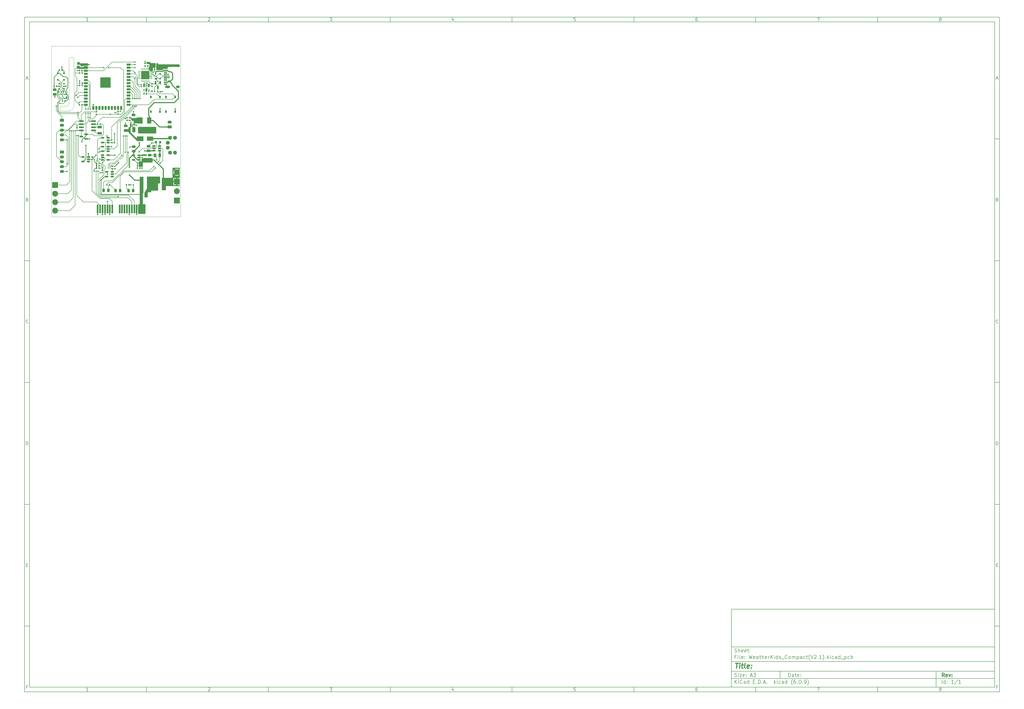
<source format=gbr>
%TF.GenerationSoftware,KiCad,Pcbnew,(6.0.9)*%
%TF.CreationDate,2023-07-18T14:40:25+05:30*%
%TF.ProjectId,WeatherKids_Compact(V2.1),57656174-6865-4724-9b69-64735f436f6d,rev?*%
%TF.SameCoordinates,PX1406f40PY14fb180*%
%TF.FileFunction,Copper,L1,Top*%
%TF.FilePolarity,Positive*%
%FSLAX46Y46*%
G04 Gerber Fmt 4.6, Leading zero omitted, Abs format (unit mm)*
G04 Created by KiCad (PCBNEW (6.0.9)) date 2023-07-18 14:40:25*
%MOMM*%
%LPD*%
G01*
G04 APERTURE LIST*
G04 Aperture macros list*
%AMRoundRect*
0 Rectangle with rounded corners*
0 $1 Rounding radius*
0 $2 $3 $4 $5 $6 $7 $8 $9 X,Y pos of 4 corners*
0 Add a 4 corners polygon primitive as box body*
4,1,4,$2,$3,$4,$5,$6,$7,$8,$9,$2,$3,0*
0 Add four circle primitives for the rounded corners*
1,1,$1+$1,$2,$3*
1,1,$1+$1,$4,$5*
1,1,$1+$1,$6,$7*
1,1,$1+$1,$8,$9*
0 Add four rect primitives between the rounded corners*
20,1,$1+$1,$2,$3,$4,$5,0*
20,1,$1+$1,$4,$5,$6,$7,0*
20,1,$1+$1,$6,$7,$8,$9,0*
20,1,$1+$1,$8,$9,$2,$3,0*%
G04 Aperture macros list end*
%ADD10C,0.100000*%
%ADD11C,0.150000*%
%ADD12C,0.300000*%
%ADD13C,0.400000*%
%TA.AperFunction,Profile*%
%ADD14C,0.050000*%
%TD*%
%TA.AperFunction,SMDPad,CuDef*%
%ADD15RoundRect,0.225000X-0.250000X0.225000X-0.250000X-0.225000X0.250000X-0.225000X0.250000X0.225000X0*%
%TD*%
%TA.AperFunction,SMDPad,CuDef*%
%ADD16RoundRect,0.140000X0.140000X0.170000X-0.140000X0.170000X-0.140000X-0.170000X0.140000X-0.170000X0*%
%TD*%
%TA.AperFunction,ComponentPad*%
%ADD17C,0.600000*%
%TD*%
%TA.AperFunction,SMDPad,CuDef*%
%ADD18R,1.050000X1.050000*%
%TD*%
%TA.AperFunction,SMDPad,CuDef*%
%ADD19R,4.200000X4.200000*%
%TD*%
%TA.AperFunction,SMDPad,CuDef*%
%ADD20R,1.500000X0.900000*%
%TD*%
%TA.AperFunction,SMDPad,CuDef*%
%ADD21R,0.900000X1.500000*%
%TD*%
%TA.AperFunction,SMDPad,CuDef*%
%ADD22RoundRect,0.250000X0.475000X-0.250000X0.475000X0.250000X-0.475000X0.250000X-0.475000X-0.250000X0*%
%TD*%
%TA.AperFunction,SMDPad,CuDef*%
%ADD23RoundRect,0.150000X0.512500X0.150000X-0.512500X0.150000X-0.512500X-0.150000X0.512500X-0.150000X0*%
%TD*%
%TA.AperFunction,SMDPad,CuDef*%
%ADD24RoundRect,0.135000X-0.185000X0.135000X-0.185000X-0.135000X0.185000X-0.135000X0.185000X0.135000X0*%
%TD*%
%TA.AperFunction,SMDPad,CuDef*%
%ADD25RoundRect,0.135000X0.135000X0.185000X-0.135000X0.185000X-0.135000X-0.185000X0.135000X-0.185000X0*%
%TD*%
%TA.AperFunction,SMDPad,CuDef*%
%ADD26RoundRect,0.135000X0.185000X-0.135000X0.185000X0.135000X-0.185000X0.135000X-0.185000X-0.135000X0*%
%TD*%
%TA.AperFunction,SMDPad,CuDef*%
%ADD27RoundRect,0.140000X-0.140000X-0.170000X0.140000X-0.170000X0.140000X0.170000X-0.140000X0.170000X0*%
%TD*%
%TA.AperFunction,SMDPad,CuDef*%
%ADD28RoundRect,0.187500X-0.187500X0.312500X-0.187500X-0.312500X0.187500X-0.312500X0.187500X0.312500X0*%
%TD*%
%TA.AperFunction,SMDPad,CuDef*%
%ADD29RoundRect,0.135000X-0.135000X-0.185000X0.135000X-0.185000X0.135000X0.185000X-0.135000X0.185000X0*%
%TD*%
%TA.AperFunction,SMDPad,CuDef*%
%ADD30R,1.800000X2.500000*%
%TD*%
%TA.AperFunction,SMDPad,CuDef*%
%ADD31R,2.000000X0.800000*%
%TD*%
%TA.AperFunction,SMDPad,CuDef*%
%ADD32RoundRect,0.200000X0.200000X0.275000X-0.200000X0.275000X-0.200000X-0.275000X0.200000X-0.275000X0*%
%TD*%
%TA.AperFunction,SMDPad,CuDef*%
%ADD33R,3.350000X3.350000*%
%TD*%
%TA.AperFunction,SMDPad,CuDef*%
%ADD34RoundRect,0.062500X0.062500X0.337500X-0.062500X0.337500X-0.062500X-0.337500X0.062500X-0.337500X0*%
%TD*%
%TA.AperFunction,SMDPad,CuDef*%
%ADD35RoundRect,0.062500X0.337500X0.062500X-0.337500X0.062500X-0.337500X-0.062500X0.337500X-0.062500X0*%
%TD*%
%TA.AperFunction,SMDPad,CuDef*%
%ADD36RoundRect,0.150000X0.587500X0.150000X-0.587500X0.150000X-0.587500X-0.150000X0.587500X-0.150000X0*%
%TD*%
%TA.AperFunction,SMDPad,CuDef*%
%ADD37R,2.500000X1.800000*%
%TD*%
%TA.AperFunction,SMDPad,CuDef*%
%ADD38RoundRect,0.250000X-0.250000X-0.475000X0.250000X-0.475000X0.250000X0.475000X-0.250000X0.475000X0*%
%TD*%
%TA.AperFunction,SMDPad,CuDef*%
%ADD39RoundRect,0.243750X-0.243750X-0.456250X0.243750X-0.456250X0.243750X0.456250X-0.243750X0.456250X0*%
%TD*%
%TA.AperFunction,SMDPad,CuDef*%
%ADD40RoundRect,0.250000X0.250000X0.475000X-0.250000X0.475000X-0.250000X-0.475000X0.250000X-0.475000X0*%
%TD*%
%TA.AperFunction,SMDPad,CuDef*%
%ADD41RoundRect,0.140000X-0.170000X0.140000X-0.170000X-0.140000X0.170000X-0.140000X0.170000X0.140000X0*%
%TD*%
%TA.AperFunction,SMDPad,CuDef*%
%ADD42RoundRect,0.150000X0.825000X0.150000X-0.825000X0.150000X-0.825000X-0.150000X0.825000X-0.150000X0*%
%TD*%
%TA.AperFunction,ComponentPad*%
%ADD43C,2.400000*%
%TD*%
%TA.AperFunction,ComponentPad*%
%ADD44R,2.400000X2.400000*%
%TD*%
%TA.AperFunction,SMDPad,CuDef*%
%ADD45RoundRect,0.250000X-0.412500X-0.925000X0.412500X-0.925000X0.412500X0.925000X-0.412500X0.925000X0*%
%TD*%
%TA.AperFunction,SMDPad,CuDef*%
%ADD46RoundRect,0.150000X-0.512500X-0.150000X0.512500X-0.150000X0.512500X0.150000X-0.512500X0.150000X0*%
%TD*%
%TA.AperFunction,ComponentPad*%
%ADD47C,1.600000*%
%TD*%
%TA.AperFunction,SMDPad,CuDef*%
%ADD48R,1.168400X0.254000*%
%TD*%
%TA.AperFunction,ComponentPad*%
%ADD49O,2.100000X1.000000*%
%TD*%
%TA.AperFunction,ComponentPad*%
%ADD50O,1.600000X1.000000*%
%TD*%
%TA.AperFunction,SMDPad,CuDef*%
%ADD51R,1.450000X0.600000*%
%TD*%
%TA.AperFunction,SMDPad,CuDef*%
%ADD52R,1.450000X0.300000*%
%TD*%
%TA.AperFunction,SMDPad,CuDef*%
%ADD53RoundRect,0.243750X0.243750X0.456250X-0.243750X0.456250X-0.243750X-0.456250X0.243750X-0.456250X0*%
%TD*%
%TA.AperFunction,ComponentPad*%
%ADD54O,1.750000X1.200000*%
%TD*%
%TA.AperFunction,ComponentPad*%
%ADD55RoundRect,0.250000X-0.625000X0.350000X-0.625000X-0.350000X0.625000X-0.350000X0.625000X0.350000X0*%
%TD*%
%TA.AperFunction,SMDPad,CuDef*%
%ADD56R,0.800000X0.800000*%
%TD*%
%TA.AperFunction,SMDPad,CuDef*%
%ADD57R,0.700000X3.600000*%
%TD*%
%TA.AperFunction,SMDPad,CuDef*%
%ADD58RoundRect,0.150000X-0.150000X0.587500X-0.150000X-0.587500X0.150000X-0.587500X0.150000X0.587500X0*%
%TD*%
%TA.AperFunction,SMDPad,CuDef*%
%ADD59R,0.350000X0.500000*%
%TD*%
%TA.AperFunction,SMDPad,CuDef*%
%ADD60R,0.800000X0.500000*%
%TD*%
%TA.AperFunction,SMDPad,CuDef*%
%ADD61R,0.800000X2.000000*%
%TD*%
%TA.AperFunction,SMDPad,CuDef*%
%ADD62R,1.800000X1.000000*%
%TD*%
%TA.AperFunction,SMDPad,CuDef*%
%ADD63RoundRect,0.140000X0.170000X-0.140000X0.170000X0.140000X-0.170000X0.140000X-0.170000X-0.140000X0*%
%TD*%
%TA.AperFunction,ComponentPad*%
%ADD64RoundRect,0.250000X0.625000X-0.350000X0.625000X0.350000X-0.625000X0.350000X-0.625000X-0.350000X0*%
%TD*%
%TA.AperFunction,SMDPad,CuDef*%
%ADD65RoundRect,0.250000X0.412500X0.925000X-0.412500X0.925000X-0.412500X-0.925000X0.412500X-0.925000X0*%
%TD*%
%TA.AperFunction,SMDPad,CuDef*%
%ADD66RoundRect,0.250000X-0.475000X0.250000X-0.475000X-0.250000X0.475000X-0.250000X0.475000X0.250000X0*%
%TD*%
%TA.AperFunction,SMDPad,CuDef*%
%ADD67R,0.670001X0.299999*%
%TD*%
%TA.AperFunction,SMDPad,CuDef*%
%ADD68R,0.600000X0.700000*%
%TD*%
%TA.AperFunction,SMDPad,CuDef*%
%ADD69R,1.000000X0.700000*%
%TD*%
%TA.AperFunction,ViaPad*%
%ADD70C,0.600000*%
%TD*%
%TA.AperFunction,Conductor*%
%ADD71C,0.203200*%
%TD*%
%TA.AperFunction,Conductor*%
%ADD72C,0.254000*%
%TD*%
%TA.AperFunction,Conductor*%
%ADD73C,0.381000*%
%TD*%
%TA.AperFunction,Conductor*%
%ADD74C,0.127000*%
%TD*%
%TA.AperFunction,Conductor*%
%ADD75C,0.508000*%
%TD*%
G04 APERTURE END LIST*
D10*
D11*
X278989000Y-231002200D02*
X278989000Y-263002200D01*
X386989000Y-263002200D01*
X386989000Y-231002200D01*
X278989000Y-231002200D01*
D10*
D11*
X-11000000Y12000000D02*
X-11000000Y-265002200D01*
X388989000Y-265002200D01*
X388989000Y12000000D01*
X-11000000Y12000000D01*
D10*
D11*
X-9000000Y10000000D02*
X-9000000Y-263002200D01*
X386989000Y-263002200D01*
X386989000Y10000000D01*
X-9000000Y10000000D01*
D10*
D11*
X39000000Y10000000D02*
X39000000Y12000000D01*
D10*
D11*
X89000000Y10000000D02*
X89000000Y12000000D01*
D10*
D11*
X139000000Y10000000D02*
X139000000Y12000000D01*
D10*
D11*
X189000000Y10000000D02*
X189000000Y12000000D01*
D10*
D11*
X239000000Y10000000D02*
X239000000Y12000000D01*
D10*
D11*
X289000000Y10000000D02*
X289000000Y12000000D01*
D10*
D11*
X339000000Y10000000D02*
X339000000Y12000000D01*
D10*
D11*
X15065476Y10411905D02*
X14322619Y10411905D01*
X14694047Y10411905D02*
X14694047Y11711905D01*
X14570238Y11526191D01*
X14446428Y11402381D01*
X14322619Y11340477D01*
D10*
D11*
X64322619Y11588096D02*
X64384523Y11650000D01*
X64508333Y11711905D01*
X64817857Y11711905D01*
X64941666Y11650000D01*
X65003571Y11588096D01*
X65065476Y11464286D01*
X65065476Y11340477D01*
X65003571Y11154762D01*
X64260714Y10411905D01*
X65065476Y10411905D01*
D10*
D11*
X114260714Y11711905D02*
X115065476Y11711905D01*
X114632142Y11216667D01*
X114817857Y11216667D01*
X114941666Y11154762D01*
X115003571Y11092858D01*
X115065476Y10969048D01*
X115065476Y10659524D01*
X115003571Y10535715D01*
X114941666Y10473810D01*
X114817857Y10411905D01*
X114446428Y10411905D01*
X114322619Y10473810D01*
X114260714Y10535715D01*
D10*
D11*
X164941666Y11278572D02*
X164941666Y10411905D01*
X164632142Y11773810D02*
X164322619Y10845239D01*
X165127380Y10845239D01*
D10*
D11*
X215003571Y11711905D02*
X214384523Y11711905D01*
X214322619Y11092858D01*
X214384523Y11154762D01*
X214508333Y11216667D01*
X214817857Y11216667D01*
X214941666Y11154762D01*
X215003571Y11092858D01*
X215065476Y10969048D01*
X215065476Y10659524D01*
X215003571Y10535715D01*
X214941666Y10473810D01*
X214817857Y10411905D01*
X214508333Y10411905D01*
X214384523Y10473810D01*
X214322619Y10535715D01*
D10*
D11*
X264941666Y11711905D02*
X264694047Y11711905D01*
X264570238Y11650000D01*
X264508333Y11588096D01*
X264384523Y11402381D01*
X264322619Y11154762D01*
X264322619Y10659524D01*
X264384523Y10535715D01*
X264446428Y10473810D01*
X264570238Y10411905D01*
X264817857Y10411905D01*
X264941666Y10473810D01*
X265003571Y10535715D01*
X265065476Y10659524D01*
X265065476Y10969048D01*
X265003571Y11092858D01*
X264941666Y11154762D01*
X264817857Y11216667D01*
X264570238Y11216667D01*
X264446428Y11154762D01*
X264384523Y11092858D01*
X264322619Y10969048D01*
D10*
D11*
X314260714Y11711905D02*
X315127380Y11711905D01*
X314570238Y10411905D01*
D10*
D11*
X364570238Y11154762D02*
X364446428Y11216667D01*
X364384523Y11278572D01*
X364322619Y11402381D01*
X364322619Y11464286D01*
X364384523Y11588096D01*
X364446428Y11650000D01*
X364570238Y11711905D01*
X364817857Y11711905D01*
X364941666Y11650000D01*
X365003571Y11588096D01*
X365065476Y11464286D01*
X365065476Y11402381D01*
X365003571Y11278572D01*
X364941666Y11216667D01*
X364817857Y11154762D01*
X364570238Y11154762D01*
X364446428Y11092858D01*
X364384523Y11030953D01*
X364322619Y10907143D01*
X364322619Y10659524D01*
X364384523Y10535715D01*
X364446428Y10473810D01*
X364570238Y10411905D01*
X364817857Y10411905D01*
X364941666Y10473810D01*
X365003571Y10535715D01*
X365065476Y10659524D01*
X365065476Y10907143D01*
X365003571Y11030953D01*
X364941666Y11092858D01*
X364817857Y11154762D01*
D10*
D11*
X39000000Y-263002200D02*
X39000000Y-265002200D01*
D10*
D11*
X89000000Y-263002200D02*
X89000000Y-265002200D01*
D10*
D11*
X139000000Y-263002200D02*
X139000000Y-265002200D01*
D10*
D11*
X189000000Y-263002200D02*
X189000000Y-265002200D01*
D10*
D11*
X239000000Y-263002200D02*
X239000000Y-265002200D01*
D10*
D11*
X289000000Y-263002200D02*
X289000000Y-265002200D01*
D10*
D11*
X339000000Y-263002200D02*
X339000000Y-265002200D01*
D10*
D11*
X15065476Y-264590295D02*
X14322619Y-264590295D01*
X14694047Y-264590295D02*
X14694047Y-263290295D01*
X14570238Y-263476009D01*
X14446428Y-263599819D01*
X14322619Y-263661723D01*
D10*
D11*
X64322619Y-263414104D02*
X64384523Y-263352200D01*
X64508333Y-263290295D01*
X64817857Y-263290295D01*
X64941666Y-263352200D01*
X65003571Y-263414104D01*
X65065476Y-263537914D01*
X65065476Y-263661723D01*
X65003571Y-263847438D01*
X64260714Y-264590295D01*
X65065476Y-264590295D01*
D10*
D11*
X114260714Y-263290295D02*
X115065476Y-263290295D01*
X114632142Y-263785533D01*
X114817857Y-263785533D01*
X114941666Y-263847438D01*
X115003571Y-263909342D01*
X115065476Y-264033152D01*
X115065476Y-264342676D01*
X115003571Y-264466485D01*
X114941666Y-264528390D01*
X114817857Y-264590295D01*
X114446428Y-264590295D01*
X114322619Y-264528390D01*
X114260714Y-264466485D01*
D10*
D11*
X164941666Y-263723628D02*
X164941666Y-264590295D01*
X164632142Y-263228390D02*
X164322619Y-264156961D01*
X165127380Y-264156961D01*
D10*
D11*
X215003571Y-263290295D02*
X214384523Y-263290295D01*
X214322619Y-263909342D01*
X214384523Y-263847438D01*
X214508333Y-263785533D01*
X214817857Y-263785533D01*
X214941666Y-263847438D01*
X215003571Y-263909342D01*
X215065476Y-264033152D01*
X215065476Y-264342676D01*
X215003571Y-264466485D01*
X214941666Y-264528390D01*
X214817857Y-264590295D01*
X214508333Y-264590295D01*
X214384523Y-264528390D01*
X214322619Y-264466485D01*
D10*
D11*
X264941666Y-263290295D02*
X264694047Y-263290295D01*
X264570238Y-263352200D01*
X264508333Y-263414104D01*
X264384523Y-263599819D01*
X264322619Y-263847438D01*
X264322619Y-264342676D01*
X264384523Y-264466485D01*
X264446428Y-264528390D01*
X264570238Y-264590295D01*
X264817857Y-264590295D01*
X264941666Y-264528390D01*
X265003571Y-264466485D01*
X265065476Y-264342676D01*
X265065476Y-264033152D01*
X265003571Y-263909342D01*
X264941666Y-263847438D01*
X264817857Y-263785533D01*
X264570238Y-263785533D01*
X264446428Y-263847438D01*
X264384523Y-263909342D01*
X264322619Y-264033152D01*
D10*
D11*
X314260714Y-263290295D02*
X315127380Y-263290295D01*
X314570238Y-264590295D01*
D10*
D11*
X364570238Y-263847438D02*
X364446428Y-263785533D01*
X364384523Y-263723628D01*
X364322619Y-263599819D01*
X364322619Y-263537914D01*
X364384523Y-263414104D01*
X364446428Y-263352200D01*
X364570238Y-263290295D01*
X364817857Y-263290295D01*
X364941666Y-263352200D01*
X365003571Y-263414104D01*
X365065476Y-263537914D01*
X365065476Y-263599819D01*
X365003571Y-263723628D01*
X364941666Y-263785533D01*
X364817857Y-263847438D01*
X364570238Y-263847438D01*
X364446428Y-263909342D01*
X364384523Y-263971247D01*
X364322619Y-264095057D01*
X364322619Y-264342676D01*
X364384523Y-264466485D01*
X364446428Y-264528390D01*
X364570238Y-264590295D01*
X364817857Y-264590295D01*
X364941666Y-264528390D01*
X365003571Y-264466485D01*
X365065476Y-264342676D01*
X365065476Y-264095057D01*
X365003571Y-263971247D01*
X364941666Y-263909342D01*
X364817857Y-263847438D01*
D10*
D11*
X-11000000Y-38000000D02*
X-9000000Y-38000000D01*
D10*
D11*
X-11000000Y-88000000D02*
X-9000000Y-88000000D01*
D10*
D11*
X-11000000Y-138000000D02*
X-9000000Y-138000000D01*
D10*
D11*
X-11000000Y-188000000D02*
X-9000000Y-188000000D01*
D10*
D11*
X-11000000Y-238000000D02*
X-9000000Y-238000000D01*
D10*
D11*
X-10309524Y-13216666D02*
X-9690477Y-13216666D01*
X-10433334Y-13588095D02*
X-10000000Y-12288095D01*
X-9566667Y-13588095D01*
D10*
D11*
X-9907143Y-62907142D02*
X-9721429Y-62969047D01*
X-9659524Y-63030952D01*
X-9597620Y-63154761D01*
X-9597620Y-63340476D01*
X-9659524Y-63464285D01*
X-9721429Y-63526190D01*
X-9845239Y-63588095D01*
X-10340477Y-63588095D01*
X-10340477Y-62288095D01*
X-9907143Y-62288095D01*
X-9783334Y-62350000D01*
X-9721429Y-62411904D01*
X-9659524Y-62535714D01*
X-9659524Y-62659523D01*
X-9721429Y-62783333D01*
X-9783334Y-62845238D01*
X-9907143Y-62907142D01*
X-10340477Y-62907142D01*
D10*
D11*
X-9597620Y-113464285D02*
X-9659524Y-113526190D01*
X-9845239Y-113588095D01*
X-9969048Y-113588095D01*
X-10154762Y-113526190D01*
X-10278572Y-113402380D01*
X-10340477Y-113278571D01*
X-10402381Y-113030952D01*
X-10402381Y-112845238D01*
X-10340477Y-112597619D01*
X-10278572Y-112473809D01*
X-10154762Y-112350000D01*
X-9969048Y-112288095D01*
X-9845239Y-112288095D01*
X-9659524Y-112350000D01*
X-9597620Y-112411904D01*
D10*
D11*
X-10340477Y-163588095D02*
X-10340477Y-162288095D01*
X-10030953Y-162288095D01*
X-9845239Y-162350000D01*
X-9721429Y-162473809D01*
X-9659524Y-162597619D01*
X-9597620Y-162845238D01*
X-9597620Y-163030952D01*
X-9659524Y-163278571D01*
X-9721429Y-163402380D01*
X-9845239Y-163526190D01*
X-10030953Y-163588095D01*
X-10340477Y-163588095D01*
D10*
D11*
X-10278572Y-212907142D02*
X-9845239Y-212907142D01*
X-9659524Y-213588095D02*
X-10278572Y-213588095D01*
X-10278572Y-212288095D01*
X-9659524Y-212288095D01*
D10*
D11*
X-9814286Y-262907142D02*
X-10247620Y-262907142D01*
X-10247620Y-263588095D02*
X-10247620Y-262288095D01*
X-9628572Y-262288095D01*
D10*
D11*
X388989000Y-38000000D02*
X386989000Y-38000000D01*
D10*
D11*
X388989000Y-88000000D02*
X386989000Y-88000000D01*
D10*
D11*
X388989000Y-138000000D02*
X386989000Y-138000000D01*
D10*
D11*
X388989000Y-188000000D02*
X386989000Y-188000000D01*
D10*
D11*
X388989000Y-238000000D02*
X386989000Y-238000000D01*
D10*
D11*
X387679476Y-13216666D02*
X388298523Y-13216666D01*
X387555666Y-13588095D02*
X387989000Y-12288095D01*
X388422333Y-13588095D01*
D10*
D11*
X388081857Y-62907142D02*
X388267571Y-62969047D01*
X388329476Y-63030952D01*
X388391380Y-63154761D01*
X388391380Y-63340476D01*
X388329476Y-63464285D01*
X388267571Y-63526190D01*
X388143761Y-63588095D01*
X387648523Y-63588095D01*
X387648523Y-62288095D01*
X388081857Y-62288095D01*
X388205666Y-62350000D01*
X388267571Y-62411904D01*
X388329476Y-62535714D01*
X388329476Y-62659523D01*
X388267571Y-62783333D01*
X388205666Y-62845238D01*
X388081857Y-62907142D01*
X387648523Y-62907142D01*
D10*
D11*
X388391380Y-113464285D02*
X388329476Y-113526190D01*
X388143761Y-113588095D01*
X388019952Y-113588095D01*
X387834238Y-113526190D01*
X387710428Y-113402380D01*
X387648523Y-113278571D01*
X387586619Y-113030952D01*
X387586619Y-112845238D01*
X387648523Y-112597619D01*
X387710428Y-112473809D01*
X387834238Y-112350000D01*
X388019952Y-112288095D01*
X388143761Y-112288095D01*
X388329476Y-112350000D01*
X388391380Y-112411904D01*
D10*
D11*
X387648523Y-163588095D02*
X387648523Y-162288095D01*
X387958047Y-162288095D01*
X388143761Y-162350000D01*
X388267571Y-162473809D01*
X388329476Y-162597619D01*
X388391380Y-162845238D01*
X388391380Y-163030952D01*
X388329476Y-163278571D01*
X388267571Y-163402380D01*
X388143761Y-163526190D01*
X387958047Y-163588095D01*
X387648523Y-163588095D01*
D10*
D11*
X387710428Y-212907142D02*
X388143761Y-212907142D01*
X388329476Y-213588095D02*
X387710428Y-213588095D01*
X387710428Y-212288095D01*
X388329476Y-212288095D01*
D10*
D11*
X388174714Y-262907142D02*
X387741380Y-262907142D01*
X387741380Y-263588095D02*
X387741380Y-262288095D01*
X388360428Y-262288095D01*
D10*
D11*
X302421142Y-258780771D02*
X302421142Y-257280771D01*
X302778285Y-257280771D01*
X302992571Y-257352200D01*
X303135428Y-257495057D01*
X303206857Y-257637914D01*
X303278285Y-257923628D01*
X303278285Y-258137914D01*
X303206857Y-258423628D01*
X303135428Y-258566485D01*
X302992571Y-258709342D01*
X302778285Y-258780771D01*
X302421142Y-258780771D01*
X304564000Y-258780771D02*
X304564000Y-257995057D01*
X304492571Y-257852200D01*
X304349714Y-257780771D01*
X304064000Y-257780771D01*
X303921142Y-257852200D01*
X304564000Y-258709342D02*
X304421142Y-258780771D01*
X304064000Y-258780771D01*
X303921142Y-258709342D01*
X303849714Y-258566485D01*
X303849714Y-258423628D01*
X303921142Y-258280771D01*
X304064000Y-258209342D01*
X304421142Y-258209342D01*
X304564000Y-258137914D01*
X305064000Y-257780771D02*
X305635428Y-257780771D01*
X305278285Y-257280771D02*
X305278285Y-258566485D01*
X305349714Y-258709342D01*
X305492571Y-258780771D01*
X305635428Y-258780771D01*
X306706857Y-258709342D02*
X306564000Y-258780771D01*
X306278285Y-258780771D01*
X306135428Y-258709342D01*
X306064000Y-258566485D01*
X306064000Y-257995057D01*
X306135428Y-257852200D01*
X306278285Y-257780771D01*
X306564000Y-257780771D01*
X306706857Y-257852200D01*
X306778285Y-257995057D01*
X306778285Y-258137914D01*
X306064000Y-258280771D01*
X307421142Y-258637914D02*
X307492571Y-258709342D01*
X307421142Y-258780771D01*
X307349714Y-258709342D01*
X307421142Y-258637914D01*
X307421142Y-258780771D01*
X307421142Y-257852200D02*
X307492571Y-257923628D01*
X307421142Y-257995057D01*
X307349714Y-257923628D01*
X307421142Y-257852200D01*
X307421142Y-257995057D01*
D10*
D11*
X278989000Y-259502200D02*
X386989000Y-259502200D01*
D10*
D11*
X280421142Y-261580771D02*
X280421142Y-260080771D01*
X281278285Y-261580771D02*
X280635428Y-260723628D01*
X281278285Y-260080771D02*
X280421142Y-260937914D01*
X281921142Y-261580771D02*
X281921142Y-260580771D01*
X281921142Y-260080771D02*
X281849714Y-260152200D01*
X281921142Y-260223628D01*
X281992571Y-260152200D01*
X281921142Y-260080771D01*
X281921142Y-260223628D01*
X283492571Y-261437914D02*
X283421142Y-261509342D01*
X283206857Y-261580771D01*
X283064000Y-261580771D01*
X282849714Y-261509342D01*
X282706857Y-261366485D01*
X282635428Y-261223628D01*
X282564000Y-260937914D01*
X282564000Y-260723628D01*
X282635428Y-260437914D01*
X282706857Y-260295057D01*
X282849714Y-260152200D01*
X283064000Y-260080771D01*
X283206857Y-260080771D01*
X283421142Y-260152200D01*
X283492571Y-260223628D01*
X284778285Y-261580771D02*
X284778285Y-260795057D01*
X284706857Y-260652200D01*
X284564000Y-260580771D01*
X284278285Y-260580771D01*
X284135428Y-260652200D01*
X284778285Y-261509342D02*
X284635428Y-261580771D01*
X284278285Y-261580771D01*
X284135428Y-261509342D01*
X284064000Y-261366485D01*
X284064000Y-261223628D01*
X284135428Y-261080771D01*
X284278285Y-261009342D01*
X284635428Y-261009342D01*
X284778285Y-260937914D01*
X286135428Y-261580771D02*
X286135428Y-260080771D01*
X286135428Y-261509342D02*
X285992571Y-261580771D01*
X285706857Y-261580771D01*
X285564000Y-261509342D01*
X285492571Y-261437914D01*
X285421142Y-261295057D01*
X285421142Y-260866485D01*
X285492571Y-260723628D01*
X285564000Y-260652200D01*
X285706857Y-260580771D01*
X285992571Y-260580771D01*
X286135428Y-260652200D01*
X287992571Y-260795057D02*
X288492571Y-260795057D01*
X288706857Y-261580771D02*
X287992571Y-261580771D01*
X287992571Y-260080771D01*
X288706857Y-260080771D01*
X289349714Y-261437914D02*
X289421142Y-261509342D01*
X289349714Y-261580771D01*
X289278285Y-261509342D01*
X289349714Y-261437914D01*
X289349714Y-261580771D01*
X290064000Y-261580771D02*
X290064000Y-260080771D01*
X290421142Y-260080771D01*
X290635428Y-260152200D01*
X290778285Y-260295057D01*
X290849714Y-260437914D01*
X290921142Y-260723628D01*
X290921142Y-260937914D01*
X290849714Y-261223628D01*
X290778285Y-261366485D01*
X290635428Y-261509342D01*
X290421142Y-261580771D01*
X290064000Y-261580771D01*
X291564000Y-261437914D02*
X291635428Y-261509342D01*
X291564000Y-261580771D01*
X291492571Y-261509342D01*
X291564000Y-261437914D01*
X291564000Y-261580771D01*
X292206857Y-261152200D02*
X292921142Y-261152200D01*
X292064000Y-261580771D02*
X292564000Y-260080771D01*
X293064000Y-261580771D01*
X293564000Y-261437914D02*
X293635428Y-261509342D01*
X293564000Y-261580771D01*
X293492571Y-261509342D01*
X293564000Y-261437914D01*
X293564000Y-261580771D01*
X296564000Y-261580771D02*
X296564000Y-260080771D01*
X296706857Y-261009342D02*
X297135428Y-261580771D01*
X297135428Y-260580771D02*
X296564000Y-261152200D01*
X297778285Y-261580771D02*
X297778285Y-260580771D01*
X297778285Y-260080771D02*
X297706857Y-260152200D01*
X297778285Y-260223628D01*
X297849714Y-260152200D01*
X297778285Y-260080771D01*
X297778285Y-260223628D01*
X299135428Y-261509342D02*
X298992571Y-261580771D01*
X298706857Y-261580771D01*
X298564000Y-261509342D01*
X298492571Y-261437914D01*
X298421142Y-261295057D01*
X298421142Y-260866485D01*
X298492571Y-260723628D01*
X298564000Y-260652200D01*
X298706857Y-260580771D01*
X298992571Y-260580771D01*
X299135428Y-260652200D01*
X300421142Y-261580771D02*
X300421142Y-260795057D01*
X300349714Y-260652200D01*
X300206857Y-260580771D01*
X299921142Y-260580771D01*
X299778285Y-260652200D01*
X300421142Y-261509342D02*
X300278285Y-261580771D01*
X299921142Y-261580771D01*
X299778285Y-261509342D01*
X299706857Y-261366485D01*
X299706857Y-261223628D01*
X299778285Y-261080771D01*
X299921142Y-261009342D01*
X300278285Y-261009342D01*
X300421142Y-260937914D01*
X301778285Y-261580771D02*
X301778285Y-260080771D01*
X301778285Y-261509342D02*
X301635428Y-261580771D01*
X301349714Y-261580771D01*
X301206857Y-261509342D01*
X301135428Y-261437914D01*
X301064000Y-261295057D01*
X301064000Y-260866485D01*
X301135428Y-260723628D01*
X301206857Y-260652200D01*
X301349714Y-260580771D01*
X301635428Y-260580771D01*
X301778285Y-260652200D01*
X304064000Y-262152200D02*
X303992571Y-262080771D01*
X303849714Y-261866485D01*
X303778285Y-261723628D01*
X303706857Y-261509342D01*
X303635428Y-261152200D01*
X303635428Y-260866485D01*
X303706857Y-260509342D01*
X303778285Y-260295057D01*
X303849714Y-260152200D01*
X303992571Y-259937914D01*
X304064000Y-259866485D01*
X305278285Y-260080771D02*
X304992571Y-260080771D01*
X304849714Y-260152200D01*
X304778285Y-260223628D01*
X304635428Y-260437914D01*
X304564000Y-260723628D01*
X304564000Y-261295057D01*
X304635428Y-261437914D01*
X304706857Y-261509342D01*
X304849714Y-261580771D01*
X305135428Y-261580771D01*
X305278285Y-261509342D01*
X305349714Y-261437914D01*
X305421142Y-261295057D01*
X305421142Y-260937914D01*
X305349714Y-260795057D01*
X305278285Y-260723628D01*
X305135428Y-260652200D01*
X304849714Y-260652200D01*
X304706857Y-260723628D01*
X304635428Y-260795057D01*
X304564000Y-260937914D01*
X306064000Y-261437914D02*
X306135428Y-261509342D01*
X306064000Y-261580771D01*
X305992571Y-261509342D01*
X306064000Y-261437914D01*
X306064000Y-261580771D01*
X307064000Y-260080771D02*
X307206857Y-260080771D01*
X307349714Y-260152200D01*
X307421142Y-260223628D01*
X307492571Y-260366485D01*
X307564000Y-260652200D01*
X307564000Y-261009342D01*
X307492571Y-261295057D01*
X307421142Y-261437914D01*
X307349714Y-261509342D01*
X307206857Y-261580771D01*
X307064000Y-261580771D01*
X306921142Y-261509342D01*
X306849714Y-261437914D01*
X306778285Y-261295057D01*
X306706857Y-261009342D01*
X306706857Y-260652200D01*
X306778285Y-260366485D01*
X306849714Y-260223628D01*
X306921142Y-260152200D01*
X307064000Y-260080771D01*
X308206857Y-261437914D02*
X308278285Y-261509342D01*
X308206857Y-261580771D01*
X308135428Y-261509342D01*
X308206857Y-261437914D01*
X308206857Y-261580771D01*
X308992571Y-261580771D02*
X309278285Y-261580771D01*
X309421142Y-261509342D01*
X309492571Y-261437914D01*
X309635428Y-261223628D01*
X309706857Y-260937914D01*
X309706857Y-260366485D01*
X309635428Y-260223628D01*
X309564000Y-260152200D01*
X309421142Y-260080771D01*
X309135428Y-260080771D01*
X308992571Y-260152200D01*
X308921142Y-260223628D01*
X308849714Y-260366485D01*
X308849714Y-260723628D01*
X308921142Y-260866485D01*
X308992571Y-260937914D01*
X309135428Y-261009342D01*
X309421142Y-261009342D01*
X309564000Y-260937914D01*
X309635428Y-260866485D01*
X309706857Y-260723628D01*
X310206857Y-262152200D02*
X310278285Y-262080771D01*
X310421142Y-261866485D01*
X310492571Y-261723628D01*
X310564000Y-261509342D01*
X310635428Y-261152200D01*
X310635428Y-260866485D01*
X310564000Y-260509342D01*
X310492571Y-260295057D01*
X310421142Y-260152200D01*
X310278285Y-259937914D01*
X310206857Y-259866485D01*
D10*
D11*
X278989000Y-256502200D02*
X386989000Y-256502200D01*
D10*
D12*
X366398285Y-258780771D02*
X365898285Y-258066485D01*
X365541142Y-258780771D02*
X365541142Y-257280771D01*
X366112571Y-257280771D01*
X366255428Y-257352200D01*
X366326857Y-257423628D01*
X366398285Y-257566485D01*
X366398285Y-257780771D01*
X366326857Y-257923628D01*
X366255428Y-257995057D01*
X366112571Y-258066485D01*
X365541142Y-258066485D01*
X367612571Y-258709342D02*
X367469714Y-258780771D01*
X367184000Y-258780771D01*
X367041142Y-258709342D01*
X366969714Y-258566485D01*
X366969714Y-257995057D01*
X367041142Y-257852200D01*
X367184000Y-257780771D01*
X367469714Y-257780771D01*
X367612571Y-257852200D01*
X367684000Y-257995057D01*
X367684000Y-258137914D01*
X366969714Y-258280771D01*
X368184000Y-257780771D02*
X368541142Y-258780771D01*
X368898285Y-257780771D01*
X369469714Y-258637914D02*
X369541142Y-258709342D01*
X369469714Y-258780771D01*
X369398285Y-258709342D01*
X369469714Y-258637914D01*
X369469714Y-258780771D01*
X369469714Y-257852200D02*
X369541142Y-257923628D01*
X369469714Y-257995057D01*
X369398285Y-257923628D01*
X369469714Y-257852200D01*
X369469714Y-257995057D01*
D10*
D11*
X280349714Y-258709342D02*
X280564000Y-258780771D01*
X280921142Y-258780771D01*
X281064000Y-258709342D01*
X281135428Y-258637914D01*
X281206857Y-258495057D01*
X281206857Y-258352200D01*
X281135428Y-258209342D01*
X281064000Y-258137914D01*
X280921142Y-258066485D01*
X280635428Y-257995057D01*
X280492571Y-257923628D01*
X280421142Y-257852200D01*
X280349714Y-257709342D01*
X280349714Y-257566485D01*
X280421142Y-257423628D01*
X280492571Y-257352200D01*
X280635428Y-257280771D01*
X280992571Y-257280771D01*
X281206857Y-257352200D01*
X281849714Y-258780771D02*
X281849714Y-257780771D01*
X281849714Y-257280771D02*
X281778285Y-257352200D01*
X281849714Y-257423628D01*
X281921142Y-257352200D01*
X281849714Y-257280771D01*
X281849714Y-257423628D01*
X282421142Y-257780771D02*
X283206857Y-257780771D01*
X282421142Y-258780771D01*
X283206857Y-258780771D01*
X284349714Y-258709342D02*
X284206857Y-258780771D01*
X283921142Y-258780771D01*
X283778285Y-258709342D01*
X283706857Y-258566485D01*
X283706857Y-257995057D01*
X283778285Y-257852200D01*
X283921142Y-257780771D01*
X284206857Y-257780771D01*
X284349714Y-257852200D01*
X284421142Y-257995057D01*
X284421142Y-258137914D01*
X283706857Y-258280771D01*
X285064000Y-258637914D02*
X285135428Y-258709342D01*
X285064000Y-258780771D01*
X284992571Y-258709342D01*
X285064000Y-258637914D01*
X285064000Y-258780771D01*
X285064000Y-257852200D02*
X285135428Y-257923628D01*
X285064000Y-257995057D01*
X284992571Y-257923628D01*
X285064000Y-257852200D01*
X285064000Y-257995057D01*
X286849714Y-258352200D02*
X287564000Y-258352200D01*
X286706857Y-258780771D02*
X287206857Y-257280771D01*
X287706857Y-258780771D01*
X288064000Y-257280771D02*
X288992571Y-257280771D01*
X288492571Y-257852200D01*
X288706857Y-257852200D01*
X288849714Y-257923628D01*
X288921142Y-257995057D01*
X288992571Y-258137914D01*
X288992571Y-258495057D01*
X288921142Y-258637914D01*
X288849714Y-258709342D01*
X288706857Y-258780771D01*
X288278285Y-258780771D01*
X288135428Y-258709342D01*
X288064000Y-258637914D01*
D10*
D11*
X365421142Y-261580771D02*
X365421142Y-260080771D01*
X366778285Y-261580771D02*
X366778285Y-260080771D01*
X366778285Y-261509342D02*
X366635428Y-261580771D01*
X366349714Y-261580771D01*
X366206857Y-261509342D01*
X366135428Y-261437914D01*
X366064000Y-261295057D01*
X366064000Y-260866485D01*
X366135428Y-260723628D01*
X366206857Y-260652200D01*
X366349714Y-260580771D01*
X366635428Y-260580771D01*
X366778285Y-260652200D01*
X367492571Y-261437914D02*
X367564000Y-261509342D01*
X367492571Y-261580771D01*
X367421142Y-261509342D01*
X367492571Y-261437914D01*
X367492571Y-261580771D01*
X367492571Y-260652200D02*
X367564000Y-260723628D01*
X367492571Y-260795057D01*
X367421142Y-260723628D01*
X367492571Y-260652200D01*
X367492571Y-260795057D01*
X370135428Y-261580771D02*
X369278285Y-261580771D01*
X369706857Y-261580771D02*
X369706857Y-260080771D01*
X369564000Y-260295057D01*
X369421142Y-260437914D01*
X369278285Y-260509342D01*
X371849714Y-260009342D02*
X370564000Y-261937914D01*
X373135428Y-261580771D02*
X372278285Y-261580771D01*
X372706857Y-261580771D02*
X372706857Y-260080771D01*
X372564000Y-260295057D01*
X372421142Y-260437914D01*
X372278285Y-260509342D01*
D10*
D11*
X278989000Y-252502200D02*
X386989000Y-252502200D01*
D10*
D13*
X280701380Y-253206961D02*
X281844238Y-253206961D01*
X281022809Y-255206961D02*
X281272809Y-253206961D01*
X282260904Y-255206961D02*
X282427571Y-253873628D01*
X282510904Y-253206961D02*
X282403761Y-253302200D01*
X282487095Y-253397438D01*
X282594238Y-253302200D01*
X282510904Y-253206961D01*
X282487095Y-253397438D01*
X283094238Y-253873628D02*
X283856142Y-253873628D01*
X283463285Y-253206961D02*
X283249000Y-254921247D01*
X283320428Y-255111723D01*
X283499000Y-255206961D01*
X283689476Y-255206961D01*
X284641857Y-255206961D02*
X284463285Y-255111723D01*
X284391857Y-254921247D01*
X284606142Y-253206961D01*
X286177571Y-255111723D02*
X285975190Y-255206961D01*
X285594238Y-255206961D01*
X285415666Y-255111723D01*
X285344238Y-254921247D01*
X285439476Y-254159342D01*
X285558523Y-253968866D01*
X285760904Y-253873628D01*
X286141857Y-253873628D01*
X286320428Y-253968866D01*
X286391857Y-254159342D01*
X286368047Y-254349819D01*
X285391857Y-254540295D01*
X287141857Y-255016485D02*
X287225190Y-255111723D01*
X287118047Y-255206961D01*
X287034714Y-255111723D01*
X287141857Y-255016485D01*
X287118047Y-255206961D01*
X287272809Y-253968866D02*
X287356142Y-254064104D01*
X287249000Y-254159342D01*
X287165666Y-254064104D01*
X287272809Y-253968866D01*
X287249000Y-254159342D01*
D10*
D11*
X280921142Y-250595057D02*
X280421142Y-250595057D01*
X280421142Y-251380771D02*
X280421142Y-249880771D01*
X281135428Y-249880771D01*
X281706857Y-251380771D02*
X281706857Y-250380771D01*
X281706857Y-249880771D02*
X281635428Y-249952200D01*
X281706857Y-250023628D01*
X281778285Y-249952200D01*
X281706857Y-249880771D01*
X281706857Y-250023628D01*
X282635428Y-251380771D02*
X282492571Y-251309342D01*
X282421142Y-251166485D01*
X282421142Y-249880771D01*
X283778285Y-251309342D02*
X283635428Y-251380771D01*
X283349714Y-251380771D01*
X283206857Y-251309342D01*
X283135428Y-251166485D01*
X283135428Y-250595057D01*
X283206857Y-250452200D01*
X283349714Y-250380771D01*
X283635428Y-250380771D01*
X283778285Y-250452200D01*
X283849714Y-250595057D01*
X283849714Y-250737914D01*
X283135428Y-250880771D01*
X284492571Y-251237914D02*
X284564000Y-251309342D01*
X284492571Y-251380771D01*
X284421142Y-251309342D01*
X284492571Y-251237914D01*
X284492571Y-251380771D01*
X284492571Y-250452200D02*
X284564000Y-250523628D01*
X284492571Y-250595057D01*
X284421142Y-250523628D01*
X284492571Y-250452200D01*
X284492571Y-250595057D01*
X286206857Y-249880771D02*
X286564000Y-251380771D01*
X286849714Y-250309342D01*
X287135428Y-251380771D01*
X287492571Y-249880771D01*
X288635428Y-251309342D02*
X288492571Y-251380771D01*
X288206857Y-251380771D01*
X288064000Y-251309342D01*
X287992571Y-251166485D01*
X287992571Y-250595057D01*
X288064000Y-250452200D01*
X288206857Y-250380771D01*
X288492571Y-250380771D01*
X288635428Y-250452200D01*
X288706857Y-250595057D01*
X288706857Y-250737914D01*
X287992571Y-250880771D01*
X289992571Y-251380771D02*
X289992571Y-250595057D01*
X289921142Y-250452200D01*
X289778285Y-250380771D01*
X289492571Y-250380771D01*
X289349714Y-250452200D01*
X289992571Y-251309342D02*
X289849714Y-251380771D01*
X289492571Y-251380771D01*
X289349714Y-251309342D01*
X289278285Y-251166485D01*
X289278285Y-251023628D01*
X289349714Y-250880771D01*
X289492571Y-250809342D01*
X289849714Y-250809342D01*
X289992571Y-250737914D01*
X290492571Y-250380771D02*
X291064000Y-250380771D01*
X290706857Y-249880771D02*
X290706857Y-251166485D01*
X290778285Y-251309342D01*
X290921142Y-251380771D01*
X291064000Y-251380771D01*
X291564000Y-251380771D02*
X291564000Y-249880771D01*
X292206857Y-251380771D02*
X292206857Y-250595057D01*
X292135428Y-250452200D01*
X291992571Y-250380771D01*
X291778285Y-250380771D01*
X291635428Y-250452200D01*
X291564000Y-250523628D01*
X293492571Y-251309342D02*
X293349714Y-251380771D01*
X293064000Y-251380771D01*
X292921142Y-251309342D01*
X292849714Y-251166485D01*
X292849714Y-250595057D01*
X292921142Y-250452200D01*
X293064000Y-250380771D01*
X293349714Y-250380771D01*
X293492571Y-250452200D01*
X293564000Y-250595057D01*
X293564000Y-250737914D01*
X292849714Y-250880771D01*
X294206857Y-251380771D02*
X294206857Y-250380771D01*
X294206857Y-250666485D02*
X294278285Y-250523628D01*
X294349714Y-250452200D01*
X294492571Y-250380771D01*
X294635428Y-250380771D01*
X295135428Y-251380771D02*
X295135428Y-249880771D01*
X295992571Y-251380771D02*
X295349714Y-250523628D01*
X295992571Y-249880771D02*
X295135428Y-250737914D01*
X296635428Y-251380771D02*
X296635428Y-250380771D01*
X296635428Y-249880771D02*
X296564000Y-249952200D01*
X296635428Y-250023628D01*
X296706857Y-249952200D01*
X296635428Y-249880771D01*
X296635428Y-250023628D01*
X297992571Y-251380771D02*
X297992571Y-249880771D01*
X297992571Y-251309342D02*
X297849714Y-251380771D01*
X297564000Y-251380771D01*
X297421142Y-251309342D01*
X297349714Y-251237914D01*
X297278285Y-251095057D01*
X297278285Y-250666485D01*
X297349714Y-250523628D01*
X297421142Y-250452200D01*
X297564000Y-250380771D01*
X297849714Y-250380771D01*
X297992571Y-250452200D01*
X298635428Y-251309342D02*
X298778285Y-251380771D01*
X299064000Y-251380771D01*
X299206857Y-251309342D01*
X299278285Y-251166485D01*
X299278285Y-251095057D01*
X299206857Y-250952200D01*
X299064000Y-250880771D01*
X298849714Y-250880771D01*
X298706857Y-250809342D01*
X298635428Y-250666485D01*
X298635428Y-250595057D01*
X298706857Y-250452200D01*
X298849714Y-250380771D01*
X299064000Y-250380771D01*
X299206857Y-250452200D01*
X299564000Y-251523628D02*
X300706857Y-251523628D01*
X301921142Y-251237914D02*
X301849714Y-251309342D01*
X301635428Y-251380771D01*
X301492571Y-251380771D01*
X301278285Y-251309342D01*
X301135428Y-251166485D01*
X301064000Y-251023628D01*
X300992571Y-250737914D01*
X300992571Y-250523628D01*
X301064000Y-250237914D01*
X301135428Y-250095057D01*
X301278285Y-249952200D01*
X301492571Y-249880771D01*
X301635428Y-249880771D01*
X301849714Y-249952200D01*
X301921142Y-250023628D01*
X302778285Y-251380771D02*
X302635428Y-251309342D01*
X302564000Y-251237914D01*
X302492571Y-251095057D01*
X302492571Y-250666485D01*
X302564000Y-250523628D01*
X302635428Y-250452200D01*
X302778285Y-250380771D01*
X302992571Y-250380771D01*
X303135428Y-250452200D01*
X303206857Y-250523628D01*
X303278285Y-250666485D01*
X303278285Y-251095057D01*
X303206857Y-251237914D01*
X303135428Y-251309342D01*
X302992571Y-251380771D01*
X302778285Y-251380771D01*
X303921142Y-251380771D02*
X303921142Y-250380771D01*
X303921142Y-250523628D02*
X303992571Y-250452200D01*
X304135428Y-250380771D01*
X304349714Y-250380771D01*
X304492571Y-250452200D01*
X304564000Y-250595057D01*
X304564000Y-251380771D01*
X304564000Y-250595057D02*
X304635428Y-250452200D01*
X304778285Y-250380771D01*
X304992571Y-250380771D01*
X305135428Y-250452200D01*
X305206857Y-250595057D01*
X305206857Y-251380771D01*
X305921142Y-250380771D02*
X305921142Y-251880771D01*
X305921142Y-250452200D02*
X306064000Y-250380771D01*
X306349714Y-250380771D01*
X306492571Y-250452200D01*
X306564000Y-250523628D01*
X306635428Y-250666485D01*
X306635428Y-251095057D01*
X306564000Y-251237914D01*
X306492571Y-251309342D01*
X306349714Y-251380771D01*
X306064000Y-251380771D01*
X305921142Y-251309342D01*
X307921142Y-251380771D02*
X307921142Y-250595057D01*
X307849714Y-250452200D01*
X307706857Y-250380771D01*
X307421142Y-250380771D01*
X307278285Y-250452200D01*
X307921142Y-251309342D02*
X307778285Y-251380771D01*
X307421142Y-251380771D01*
X307278285Y-251309342D01*
X307206857Y-251166485D01*
X307206857Y-251023628D01*
X307278285Y-250880771D01*
X307421142Y-250809342D01*
X307778285Y-250809342D01*
X307921142Y-250737914D01*
X309278285Y-251309342D02*
X309135428Y-251380771D01*
X308849714Y-251380771D01*
X308706857Y-251309342D01*
X308635428Y-251237914D01*
X308564000Y-251095057D01*
X308564000Y-250666485D01*
X308635428Y-250523628D01*
X308706857Y-250452200D01*
X308849714Y-250380771D01*
X309135428Y-250380771D01*
X309278285Y-250452200D01*
X309706857Y-250380771D02*
X310278285Y-250380771D01*
X309921142Y-249880771D02*
X309921142Y-251166485D01*
X309992571Y-251309342D01*
X310135428Y-251380771D01*
X310278285Y-251380771D01*
X311206857Y-251952200D02*
X311135428Y-251880771D01*
X310992571Y-251666485D01*
X310921142Y-251523628D01*
X310849714Y-251309342D01*
X310778285Y-250952200D01*
X310778285Y-250666485D01*
X310849714Y-250309342D01*
X310921142Y-250095057D01*
X310992571Y-249952200D01*
X311135428Y-249737914D01*
X311206857Y-249666485D01*
X311564000Y-249880771D02*
X312064000Y-251380771D01*
X312564000Y-249880771D01*
X312992571Y-250023628D02*
X313064000Y-249952200D01*
X313206857Y-249880771D01*
X313564000Y-249880771D01*
X313706857Y-249952200D01*
X313778285Y-250023628D01*
X313849714Y-250166485D01*
X313849714Y-250309342D01*
X313778285Y-250523628D01*
X312921142Y-251380771D01*
X313849714Y-251380771D01*
X314492571Y-251237914D02*
X314564000Y-251309342D01*
X314492571Y-251380771D01*
X314421142Y-251309342D01*
X314492571Y-251237914D01*
X314492571Y-251380771D01*
X315992571Y-251380771D02*
X315135428Y-251380771D01*
X315564000Y-251380771D02*
X315564000Y-249880771D01*
X315421142Y-250095057D01*
X315278285Y-250237914D01*
X315135428Y-250309342D01*
X316492571Y-251952200D02*
X316564000Y-251880771D01*
X316706857Y-251666485D01*
X316778285Y-251523628D01*
X316849714Y-251309342D01*
X316921142Y-250952200D01*
X316921142Y-250666485D01*
X316849714Y-250309342D01*
X316778285Y-250095057D01*
X316706857Y-249952200D01*
X316564000Y-249737914D01*
X316492571Y-249666485D01*
X317635428Y-251237914D02*
X317706857Y-251309342D01*
X317635428Y-251380771D01*
X317564000Y-251309342D01*
X317635428Y-251237914D01*
X317635428Y-251380771D01*
X318349714Y-251380771D02*
X318349714Y-249880771D01*
X318492571Y-250809342D02*
X318921142Y-251380771D01*
X318921142Y-250380771D02*
X318349714Y-250952200D01*
X319564000Y-251380771D02*
X319564000Y-250380771D01*
X319564000Y-249880771D02*
X319492571Y-249952200D01*
X319564000Y-250023628D01*
X319635428Y-249952200D01*
X319564000Y-249880771D01*
X319564000Y-250023628D01*
X320921142Y-251309342D02*
X320778285Y-251380771D01*
X320492571Y-251380771D01*
X320349714Y-251309342D01*
X320278285Y-251237914D01*
X320206857Y-251095057D01*
X320206857Y-250666485D01*
X320278285Y-250523628D01*
X320349714Y-250452200D01*
X320492571Y-250380771D01*
X320778285Y-250380771D01*
X320921142Y-250452200D01*
X322206857Y-251380771D02*
X322206857Y-250595057D01*
X322135428Y-250452200D01*
X321992571Y-250380771D01*
X321706857Y-250380771D01*
X321564000Y-250452200D01*
X322206857Y-251309342D02*
X322064000Y-251380771D01*
X321706857Y-251380771D01*
X321564000Y-251309342D01*
X321492571Y-251166485D01*
X321492571Y-251023628D01*
X321564000Y-250880771D01*
X321706857Y-250809342D01*
X322064000Y-250809342D01*
X322206857Y-250737914D01*
X323564000Y-251380771D02*
X323564000Y-249880771D01*
X323564000Y-251309342D02*
X323421142Y-251380771D01*
X323135428Y-251380771D01*
X322992571Y-251309342D01*
X322921142Y-251237914D01*
X322849714Y-251095057D01*
X322849714Y-250666485D01*
X322921142Y-250523628D01*
X322992571Y-250452200D01*
X323135428Y-250380771D01*
X323421142Y-250380771D01*
X323564000Y-250452200D01*
X323921142Y-251523628D02*
X325064000Y-251523628D01*
X325421142Y-250380771D02*
X325421142Y-251880771D01*
X325421142Y-250452200D02*
X325564000Y-250380771D01*
X325849714Y-250380771D01*
X325992571Y-250452200D01*
X326064000Y-250523628D01*
X326135428Y-250666485D01*
X326135428Y-251095057D01*
X326064000Y-251237914D01*
X325992571Y-251309342D01*
X325849714Y-251380771D01*
X325564000Y-251380771D01*
X325421142Y-251309342D01*
X327421142Y-251309342D02*
X327278285Y-251380771D01*
X326992571Y-251380771D01*
X326849714Y-251309342D01*
X326778285Y-251237914D01*
X326706857Y-251095057D01*
X326706857Y-250666485D01*
X326778285Y-250523628D01*
X326849714Y-250452200D01*
X326992571Y-250380771D01*
X327278285Y-250380771D01*
X327421142Y-250452200D01*
X328064000Y-251380771D02*
X328064000Y-249880771D01*
X328064000Y-250452200D02*
X328206857Y-250380771D01*
X328492571Y-250380771D01*
X328635428Y-250452200D01*
X328706857Y-250523628D01*
X328778285Y-250666485D01*
X328778285Y-251095057D01*
X328706857Y-251237914D01*
X328635428Y-251309342D01*
X328492571Y-251380771D01*
X328206857Y-251380771D01*
X328064000Y-251309342D01*
D10*
D11*
X278989000Y-246502200D02*
X386989000Y-246502200D01*
D10*
D11*
X280349714Y-248609342D02*
X280564000Y-248680771D01*
X280921142Y-248680771D01*
X281064000Y-248609342D01*
X281135428Y-248537914D01*
X281206857Y-248395057D01*
X281206857Y-248252200D01*
X281135428Y-248109342D01*
X281064000Y-248037914D01*
X280921142Y-247966485D01*
X280635428Y-247895057D01*
X280492571Y-247823628D01*
X280421142Y-247752200D01*
X280349714Y-247609342D01*
X280349714Y-247466485D01*
X280421142Y-247323628D01*
X280492571Y-247252200D01*
X280635428Y-247180771D01*
X280992571Y-247180771D01*
X281206857Y-247252200D01*
X281849714Y-248680771D02*
X281849714Y-247180771D01*
X282492571Y-248680771D02*
X282492571Y-247895057D01*
X282421142Y-247752200D01*
X282278285Y-247680771D01*
X282064000Y-247680771D01*
X281921142Y-247752200D01*
X281849714Y-247823628D01*
X283778285Y-248609342D02*
X283635428Y-248680771D01*
X283349714Y-248680771D01*
X283206857Y-248609342D01*
X283135428Y-248466485D01*
X283135428Y-247895057D01*
X283206857Y-247752200D01*
X283349714Y-247680771D01*
X283635428Y-247680771D01*
X283778285Y-247752200D01*
X283849714Y-247895057D01*
X283849714Y-248037914D01*
X283135428Y-248180771D01*
X285064000Y-248609342D02*
X284921142Y-248680771D01*
X284635428Y-248680771D01*
X284492571Y-248609342D01*
X284421142Y-248466485D01*
X284421142Y-247895057D01*
X284492571Y-247752200D01*
X284635428Y-247680771D01*
X284921142Y-247680771D01*
X285064000Y-247752200D01*
X285135428Y-247895057D01*
X285135428Y-248037914D01*
X284421142Y-248180771D01*
X285564000Y-247680771D02*
X286135428Y-247680771D01*
X285778285Y-247180771D02*
X285778285Y-248466485D01*
X285849714Y-248609342D01*
X285992571Y-248680771D01*
X286135428Y-248680771D01*
X286635428Y-248537914D02*
X286706857Y-248609342D01*
X286635428Y-248680771D01*
X286564000Y-248609342D01*
X286635428Y-248537914D01*
X286635428Y-248680771D01*
X286635428Y-247752200D02*
X286706857Y-247823628D01*
X286635428Y-247895057D01*
X286564000Y-247823628D01*
X286635428Y-247752200D01*
X286635428Y-247895057D01*
D10*
D12*
D10*
D11*
D10*
D11*
D10*
D11*
D10*
D11*
D10*
D11*
X298989000Y-256502200D02*
X298989000Y-259502200D01*
D10*
D11*
X362989000Y-256502200D02*
X362989000Y-263002200D01*
D14*
X0Y-70000000D02*
X53000000Y-70000000D01*
X4351225Y-24600000D02*
G75*
G03*
X4351225Y-26600000I50025J-1000000D01*
G01*
X9200000Y-5451225D02*
G75*
G03*
X7200000Y-5451225I-1000000J-50025D01*
G01*
X53000000Y-70000000D02*
X53000000Y0D01*
X9200000Y-5451225D02*
X9200000Y-24600000D01*
X7200000Y-23600000D02*
X7200000Y-5451225D01*
X6100000Y-24600000D02*
G75*
G03*
X7200000Y-23600000I50000J1050000D01*
G01*
X0Y0D02*
X0Y-70000000D01*
X53000000Y0D02*
X0Y0D01*
X7100000Y-26600000D02*
G75*
G03*
X9200000Y-24600000I50000J2050000D01*
G01*
X4351225Y-26600000D02*
X7100000Y-26600000D01*
X4351225Y-24600000D02*
X6100000Y-24600000D01*
D15*
%TO.P,C8,1*%
%TO.N,GND*%
X11200000Y-7025000D03*
%TO.P,C8,2*%
%TO.N,+3V3*%
X11200000Y-8575000D03*
%TD*%
D16*
%TO.P,C10,1*%
%TO.N,/~{ESP23_EN}*%
X12480000Y-10000000D03*
%TO.P,C10,2*%
%TO.N,GND*%
X11520000Y-10000000D03*
%TD*%
D17*
%TO.P,U3,39,GND*%
%TO.N,GND*%
X23745000Y-14072500D03*
D18*
X23745000Y-14835000D03*
X20695000Y-13310000D03*
D17*
X21457500Y-14835000D03*
D18*
X20695000Y-14835000D03*
D17*
X22220000Y-14072500D03*
X20695000Y-15597500D03*
D18*
X23745000Y-13310000D03*
D17*
X21457500Y-13310000D03*
X23745000Y-15597500D03*
D18*
X20695000Y-16360000D03*
D17*
X22982500Y-14835000D03*
X20695000Y-14072500D03*
X22220000Y-15597500D03*
X22982500Y-16360000D03*
D18*
X23745000Y-16360000D03*
X22220000Y-14835000D03*
X22220000Y-13310000D03*
D17*
X21457500Y-16360000D03*
D19*
X22220000Y-14835000D03*
D18*
X22220000Y-16360000D03*
D17*
X22982500Y-13310000D03*
D20*
%TO.P,U3,38,GND*%
X31650000Y-7495000D03*
%TO.P,U3,37,IO23*%
%TO.N,/GBUS.MOSI*%
X31650000Y-8765000D03*
%TO.P,U3,36,IO22*%
%TO.N,/GBUS.SDA*%
X31650000Y-10035000D03*
%TO.P,U3,35,TXD0/IO1*%
%TO.N,/RXDO*%
X31650000Y-11305000D03*
%TO.P,U3,34,RXD0/IO3*%
%TO.N,/TXDO*%
X31650000Y-12575000D03*
%TO.P,U3,33,IO21*%
%TO.N,/GBUS.SCL*%
X31650000Y-13845000D03*
%TO.P,U3,32,NC*%
%TO.N,unconnected-(U3-Pad32)*%
X31650000Y-15115000D03*
%TO.P,U3,31,IO19*%
%TO.N,/GBUS.MISO*%
X31650000Y-16385000D03*
%TO.P,U3,30,IO18*%
%TO.N,/GBUS.CLK*%
X31650000Y-17655000D03*
%TO.P,U3,29,IO5*%
%TO.N,/GBUS.~{RESET}*%
X31650000Y-18925000D03*
%TO.P,U3,28,IO17*%
%TO.N,unconnected-(U3-Pad28)*%
X31650000Y-20195000D03*
%TO.P,U3,27,IO16*%
%TO.N,/~{RTC_INT}*%
X31650000Y-21465000D03*
%TO.P,U3,26,IO4*%
%TO.N,unconnected-(U3-Pad26)*%
X31650000Y-22735000D03*
%TO.P,U3,25,IO0*%
%TO.N,/ESP32_IO0*%
X31650000Y-24005000D03*
D21*
%TO.P,U3,24,IO2*%
%TO.N,/ESP32_IO2*%
X28620000Y-25255000D03*
%TO.P,U3,23,IO15*%
%TO.N,/~{I2C_INT}*%
X27350000Y-25255000D03*
%TO.P,U3,22,SDI/SD1*%
%TO.N,unconnected-(U3-Pad22)*%
X26080000Y-25255000D03*
%TO.P,U3,21,SDO/SD0*%
%TO.N,unconnected-(U3-Pad21)*%
X24810000Y-25255000D03*
%TO.P,U3,20,SCK/CLK*%
%TO.N,unconnected-(U3-Pad20)*%
X23540000Y-25255000D03*
%TO.P,U3,19,SCS/CMD*%
%TO.N,unconnected-(U3-Pad19)*%
X22270000Y-25255000D03*
%TO.P,U3,18,SWP/SD3*%
%TO.N,unconnected-(U3-Pad18)*%
X21000000Y-25255000D03*
%TO.P,U3,17,SHD/SD2*%
%TO.N,unconnected-(U3-Pad17)*%
X19730000Y-25255000D03*
%TO.P,U3,16,IO13*%
%TO.N,/I2C_SDA*%
X18460000Y-25255000D03*
%TO.P,U3,15,GND*%
%TO.N,GND*%
X17190000Y-25255000D03*
D20*
%TO.P,U3,14,IO12*%
%TO.N,/I2C_SCL*%
X14150000Y-24005000D03*
%TO.P,U3,13,IO14*%
%TO.N,/ESP32_IO14*%
X14150000Y-22735000D03*
%TO.P,U3,12,IO27*%
%TO.N,unconnected-(U3-Pad12)*%
X14150000Y-21465000D03*
%TO.P,U3,11,IO26*%
%TO.N,/ESP32_IO26*%
X14150000Y-20195000D03*
%TO.P,U3,10,IO25*%
%TO.N,/ESP32_IO25*%
X14150000Y-18925000D03*
%TO.P,U3,9,IO33*%
%TO.N,unconnected-(U3-Pad9)*%
X14150000Y-17655000D03*
%TO.P,U3,8,IO32*%
%TO.N,unconnected-(U3-Pad8)*%
X14150000Y-16385000D03*
%TO.P,U3,7,IO35*%
%TO.N,/GBUS.DETECT*%
X14150000Y-15115000D03*
%TO.P,U3,6,IO34*%
%TO.N,/GBUS.~{INT}*%
X14150000Y-13845000D03*
%TO.P,U3,5,SENSOR_VN*%
%TO.N,unconnected-(U3-Pad5)*%
X14150000Y-12575000D03*
%TO.P,U3,4,SENSOR_VP*%
%TO.N,unconnected-(U3-Pad4)*%
X14150000Y-11305000D03*
%TO.P,U3,3,EN*%
%TO.N,/~{ESP23_EN}*%
X14150000Y-10035000D03*
%TO.P,U3,2,VDD*%
%TO.N,+3V3*%
X14150000Y-8765000D03*
%TO.P,U3,1,GND*%
%TO.N,GND*%
X14150000Y-7495000D03*
%TD*%
D22*
%TO.P,C6,2*%
%TO.N,GND*%
X33700000Y-28150000D03*
%TO.P,C6,1*%
%TO.N,Net-(C6-Pad1)*%
X33700000Y-30050000D03*
%TD*%
D23*
%TO.P,U11,5,VCC*%
%TO.N,+5V*%
X22662500Y-53450000D03*
%TO.P,U11,4,Y*%
%TO.N,/Bus/GBUS_5V_MOSI*%
X22662500Y-51550000D03*
%TO.P,U11,3,GND*%
%TO.N,GND*%
X24937500Y-51550000D03*
%TO.P,U11,2,A*%
%TO.N,/GBUS.MOSI*%
X24937500Y-52500000D03*
%TO.P,U11,1,NC*%
%TO.N,unconnected-(U11-Pad1)*%
X24937500Y-53450000D03*
%TD*%
D24*
%TO.P,R24,2*%
%TO.N,Net-(R24-Pad2)*%
X38480000Y-8010000D03*
%TO.P,R24,1*%
%TO.N,GND*%
X38480000Y-6990000D03*
%TD*%
D25*
%TO.P,R21,2*%
%TO.N,+5V*%
X18552500Y-48040000D03*
%TO.P,R21,1*%
%TO.N,/Bus/GBUS_5V_SDA*%
X19572500Y-48040000D03*
%TD*%
D26*
%TO.P,R11,2*%
%TO.N,/~{I2C_INT}*%
X27350000Y-26800000D03*
%TO.P,R11,1*%
%TO.N,+3V3*%
X27350000Y-27820000D03*
%TD*%
D27*
%TO.P,C25,2*%
%TO.N,GND*%
X44630000Y-18650000D03*
%TO.P,C25,1*%
%TO.N,/ESP32_IO0*%
X43670000Y-18650000D03*
%TD*%
D28*
%TO.P,SW3,4*%
%TO.N,N/C*%
X40825000Y-26800000D03*
%TO.P,SW3,3*%
X40825000Y-20800000D03*
%TO.P,SW3,2,2*%
%TO.N,GND*%
X44575000Y-26800000D03*
%TO.P,SW3,1,1*%
%TO.N,/~{ESP23_EN}*%
X44575000Y-20800000D03*
%TD*%
D25*
%TO.P,R2,2*%
%TO.N,VBUS*%
X22800000Y-56900000D03*
%TO.P,R2,1*%
%TO.N,Net-(D1-Pad2)*%
X23820000Y-56900000D03*
%TD*%
D22*
%TO.P,C9,2*%
%TO.N,GND*%
X33750000Y-41200000D03*
%TO.P,C9,1*%
%TO.N,+5V*%
X33750000Y-43100000D03*
%TD*%
D29*
%TO.P,R8,2*%
%TO.N,GND*%
X36310000Y-50050000D03*
%TO.P,R8,1*%
%TO.N,Net-(C11-Pad2)*%
X35290000Y-50050000D03*
%TD*%
D30*
%TO.P,D4,2,A*%
%TO.N,Net-(C6-Pad1)*%
X36550000Y-30440000D03*
%TO.P,D4,1,K*%
%TO.N,+5V*%
X36550000Y-34440000D03*
%TD*%
D31*
%TO.P,L2,2*%
%TO.N,+3V3*%
X38112500Y-46700000D03*
%TO.P,L2,1*%
%TO.N,Net-(L2-Pad1)*%
X38112500Y-44700000D03*
%TD*%
D32*
%TO.P,R1,2*%
%TO.N,GND*%
X42962500Y-39350000D03*
%TO.P,R1,1*%
%TO.N,Net-(R1-Pad1)*%
X44612500Y-39350000D03*
%TD*%
D33*
%TO.P,U15,29,GND*%
%TO.N,GND*%
X38530000Y-11800000D03*
D34*
%TO.P,U15,28,~{DTR}*%
%TO.N,/USB SERIAL/DTR*%
X40030000Y-14250000D03*
%TO.P,U15,27,~{DSR}*%
%TO.N,unconnected-(U15-Pad27)*%
X39530000Y-14250000D03*
%TO.P,U15,26,TXD*%
%TO.N,/RXDO*%
X39030000Y-14250000D03*
%TO.P,U15,25,RXD*%
%TO.N,/TXDO*%
X38530000Y-14250000D03*
%TO.P,U15,24,~{RTS}*%
%TO.N,/USB SERIAL/RTS*%
X38030000Y-14250000D03*
%TO.P,U15,23,~{CTS}*%
%TO.N,unconnected-(U15-Pad23)*%
X37530000Y-14250000D03*
%TO.P,U15,22,GPIO.4*%
%TO.N,unconnected-(U15-Pad22)*%
X37030000Y-14250000D03*
D35*
%TO.P,U15,21,GPIO.5*%
%TO.N,unconnected-(U15-Pad21)*%
X36080000Y-13300000D03*
%TO.P,U15,20,GPIO.6*%
%TO.N,unconnected-(U15-Pad20)*%
X36080000Y-12800000D03*
%TO.P,U15,19,~{TXT}/GPIO.0*%
%TO.N,unconnected-(U15-Pad19)*%
X36080000Y-12300000D03*
%TO.P,U15,18,~{RXT}/GPIO.1*%
%TO.N,unconnected-(U15-Pad18)*%
X36080000Y-11800000D03*
%TO.P,U15,17,RS485/GPIO.2*%
%TO.N,unconnected-(U15-Pad17)*%
X36080000Y-11300000D03*
%TO.P,U15,16,~{WAKEUP}/GPIO.3*%
%TO.N,unconnected-(U15-Pad16)*%
X36080000Y-10800000D03*
%TO.P,U15,15,CHR0*%
%TO.N,unconnected-(U15-Pad15)*%
X36080000Y-10300000D03*
D34*
%TO.P,U15,14,CHR1*%
%TO.N,unconnected-(U15-Pad14)*%
X37030000Y-9350000D03*
%TO.P,U15,13,CHREN*%
%TO.N,unconnected-(U15-Pad13)*%
X37530000Y-9350000D03*
%TO.P,U15,12,SUSPEND*%
%TO.N,unconnected-(U15-Pad12)*%
X38030000Y-9350000D03*
%TO.P,U15,11,~{SUSPEND}*%
%TO.N,Net-(R24-Pad2)*%
X38530000Y-9350000D03*
%TO.P,U15,10,NC*%
%TO.N,unconnected-(U15-Pad10)*%
X39030000Y-9350000D03*
%TO.P,U15,9,~{RST}*%
%TO.N,Net-(R23-Pad1)*%
X39530000Y-9350000D03*
%TO.P,U15,8,VBUS*%
%TO.N,VBUS*%
X40030000Y-9350000D03*
D35*
%TO.P,U15,7,VREGIN*%
X40980000Y-10300000D03*
%TO.P,U15,6,VDD*%
%TO.N,Net-(C24-Pad1)*%
X40980000Y-10800000D03*
%TO.P,U15,5,D-*%
%TO.N,/USB SERIAL/USBD_N*%
X40980000Y-11300000D03*
%TO.P,U15,4,D+*%
%TO.N,/USB SERIAL/USBD_P*%
X40980000Y-11800000D03*
%TO.P,U15,3,GND*%
%TO.N,GND*%
X40980000Y-12300000D03*
%TO.P,U15,2,~{RI}/CLK*%
%TO.N,unconnected-(U15-Pad2)*%
X40980000Y-12800000D03*
%TO.P,U15,1,~{DCD}*%
%TO.N,unconnected-(U15-Pad1)*%
X40980000Y-13300000D03*
%TD*%
D25*
%TO.P,R14,2*%
%TO.N,Net-(R14-Pad2)*%
X3080000Y-18700000D03*
%TO.P,R14,1*%
%TO.N,+3V3*%
X4100000Y-18700000D03*
%TD*%
D36*
%TO.P,D7,3,K*%
%TO.N,Net-(C15-Pad1)*%
X12312500Y-37050000D03*
%TO.P,D7,2,A*%
%TO.N,+3V3*%
X14187500Y-36100000D03*
%TO.P,D7,1,A*%
%TO.N,+BATT*%
X14187500Y-38000000D03*
%TD*%
D37*
%TO.P,D3,2,A*%
%TO.N,Net-(D3-Pad2)*%
X40450000Y-37940000D03*
%TO.P,D3,1,K*%
%TO.N,/BAT*%
X36450000Y-37940000D03*
%TD*%
D38*
%TO.P,C2,2*%
%TO.N,VBUS*%
X44412500Y-44800000D03*
%TO.P,C2,1*%
%TO.N,GND*%
X42512500Y-44800000D03*
%TD*%
D39*
%TO.P,D2,2,A*%
%TO.N,Net-(D1-Pad2)*%
X23337500Y-59150000D03*
%TO.P,D2,1,K*%
%TO.N,Net-(D2-Pad1)*%
X21462500Y-59150000D03*
%TD*%
D40*
%TO.P,C3,2*%
%TO.N,GND*%
X43962500Y-55060000D03*
%TO.P,C3,1*%
%TO.N,+3V3*%
X45862500Y-55060000D03*
%TD*%
D41*
%TO.P,C16,2*%
%TO.N,GND*%
X6300000Y-20780000D03*
%TO.P,C16,1*%
%TO.N,+3V3*%
X6300000Y-19820000D03*
%TD*%
D42*
%TO.P,U7,8,VDD*%
%TO.N,Net-(C15-Pad1)*%
X12305000Y-34505000D03*
%TO.P,U7,7,CLKO*%
%TO.N,unconnected-(U7-Pad7)*%
X12305000Y-33235000D03*
%TO.P,U7,6,SCL*%
%TO.N,/I2C_SCL*%
X12305000Y-31965000D03*
%TO.P,U7,5,SDA*%
%TO.N,/I2C_SDA*%
X12305000Y-30695000D03*
%TO.P,U7,4,VSS*%
%TO.N,GND*%
X17255000Y-30695000D03*
%TO.P,U7,3,~{INT}*%
%TO.N,/~{RTC_INT}*%
X17255000Y-31965000D03*
%TO.P,U7,2,OSCO*%
%TO.N,Net-(U7-Pad2)*%
X17255000Y-33235000D03*
%TO.P,U7,1,OSCI*%
%TO.N,Net-(U7-Pad1)*%
X17255000Y-34505000D03*
%TD*%
D43*
%TO.P,J2,2,Pin_2*%
%TO.N,GND*%
X51500000Y-59495000D03*
D44*
%TO.P,J2,1,Pin_1*%
X51500000Y-63305000D03*
%TD*%
D45*
%TO.P,C20,2*%
%TO.N,GND*%
X40037500Y-54900000D03*
%TO.P,C20,1*%
%TO.N,+5V*%
X36962500Y-54900000D03*
%TD*%
D46*
%TO.P,U1,6,PROG*%
%TO.N,Net-(R1-Pad1)*%
X44337500Y-40950000D03*
%TO.P,U1,5,~{STDBY}*%
%TO.N,Net-(D1-Pad1)*%
X44337500Y-41900000D03*
%TO.P,U1,4,VCC*%
%TO.N,VBUS*%
X44337500Y-42850000D03*
%TO.P,U1,3,BAT*%
%TO.N,+BATT*%
X42062500Y-42850000D03*
%TO.P,U1,2,GND*%
%TO.N,GND*%
X42062500Y-41900000D03*
%TO.P,U1,1,~{CHRG}*%
%TO.N,Net-(D2-Pad1)*%
X42062500Y-40950000D03*
%TD*%
D47*
%TO.P,SW1,6*%
%TO.N,N/C*%
X47725000Y-41600000D03*
%TO.P,SW1,5*%
X47725000Y-39600000D03*
%TO.P,SW1,4,A*%
%TO.N,+BATT*%
X48725000Y-43650000D03*
%TO.P,SW1,3*%
%TO.N,N/C*%
X50725000Y-43650000D03*
%TO.P,SW1,2,B*%
%TO.N,Net-(D3-Pad2)*%
X48725000Y-37550000D03*
%TO.P,SW1,1*%
%TO.N,N/C*%
X50725000Y-37550000D03*
%TD*%
D16*
%TO.P,C26,2*%
%TO.N,GND*%
X38020000Y-19500000D03*
%TO.P,C26,1*%
%TO.N,/~{ESP23_EN}*%
X38980000Y-19500000D03*
%TD*%
D48*
%TO.P,U9,8,EN*%
%TO.N,Net-(C17-Pad1)*%
X20890900Y-49990001D03*
%TO.P,U9,7,VREF2*%
X20890900Y-49490000D03*
%TO.P,U9,6,SCL2*%
%TO.N,/Bus/GBUS_5V_SCL*%
X20890900Y-48990000D03*
%TO.P,U9,5,SDA2*%
%TO.N,/Bus/GBUS_5V_SDA*%
X20890900Y-48489999D03*
%TO.P,U9,4,SDA1*%
%TO.N,/GBUS.SDA*%
X23634100Y-48489999D03*
%TO.P,U9,3,SCL1*%
%TO.N,/GBUS.SCL*%
X23634100Y-48990000D03*
%TO.P,U9,2,VREF1*%
%TO.N,+3V3*%
X23634100Y-49490000D03*
%TO.P,U9,1,GND*%
%TO.N,GND*%
X23634100Y-49990001D03*
%TD*%
D23*
%TO.P,U4,5,FB*%
%TO.N,Net-(C11-Pad2)*%
X33712500Y-46650000D03*
%TO.P,U4,4,VIN*%
%TO.N,+5V*%
X33712500Y-44750000D03*
%TO.P,U4,3,LX*%
%TO.N,Net-(L2-Pad1)*%
X35987500Y-44750000D03*
%TO.P,U4,2,GND*%
%TO.N,GND*%
X35987500Y-45700000D03*
%TO.P,U4,1,EN*%
%TO.N,+5V*%
X35987500Y-46650000D03*
%TD*%
D49*
%TO.P,J11,S1,SHIELD*%
%TO.N,GND*%
X47700000Y-16620000D03*
D50*
X51880000Y-7980000D03*
D49*
X47700000Y-7980000D03*
D50*
X51880000Y-16620000D03*
D51*
%TO.P,J11,B12,GND*%
X46785000Y-15550000D03*
%TO.P,J11,B9,VBUS*%
%TO.N,VBUS*%
X46785000Y-14750000D03*
D52*
%TO.P,J11,B8,SBU2*%
%TO.N,unconnected-(J11-PadB8)*%
X46785000Y-14050000D03*
%TO.P,J11,B7,D-*%
%TO.N,/USB SERIAL/USBD_N*%
X46785000Y-13050000D03*
%TO.P,J11,B6,D+*%
%TO.N,/USB SERIAL/USBD_P*%
X46785000Y-11550000D03*
%TO.P,J11,B5,CC2*%
%TO.N,unconnected-(J11-PadB5)*%
X46785000Y-10550000D03*
D51*
%TO.P,J11,B4,VBUS*%
%TO.N,VBUS*%
X46785000Y-9850000D03*
%TO.P,J11,B1,GND*%
%TO.N,GND*%
X46785000Y-9050000D03*
%TO.P,J11,A12,GND*%
X46785000Y-9050000D03*
%TO.P,J11,A9,VBUS*%
%TO.N,VBUS*%
X46785000Y-9850000D03*
D52*
%TO.P,J11,A8,SBU1*%
%TO.N,unconnected-(J11-PadA8)*%
X46785000Y-11050000D03*
%TO.P,J11,A7,D-*%
%TO.N,/USB SERIAL/USBD_N*%
X46785000Y-12050000D03*
%TO.P,J11,A6,D+*%
%TO.N,/USB SERIAL/USBD_P*%
X46785000Y-12550000D03*
%TO.P,J11,A5,CC1*%
%TO.N,unconnected-(J11-PadA5)*%
X46785000Y-13550000D03*
D51*
%TO.P,J11,A4,VBUS*%
%TO.N,VBUS*%
X46785000Y-14750000D03*
%TO.P,J11,A1,GND*%
%TO.N,GND*%
X46785000Y-15550000D03*
%TD*%
D53*
%TO.P,D1,2,A*%
%TO.N,Net-(D1-Pad2)*%
X26362500Y-59200000D03*
%TO.P,D1,1,K*%
%TO.N,Net-(D1-Pad1)*%
X28237500Y-59200000D03*
%TD*%
D16*
%TO.P,C18,2*%
%TO.N,GND*%
X11640000Y-15100000D03*
%TO.P,C18,1*%
%TO.N,/GBUS.DETECT*%
X12600000Y-15100000D03*
%TD*%
D54*
%TO.P,J6,5,Pin_5*%
%TO.N,/~{I2C_INT}*%
X4350000Y-38400000D03*
%TO.P,J6,4,Pin_4*%
%TO.N,/I2C_SCL*%
X4350000Y-36400000D03*
%TO.P,J6,3,Pin_3*%
%TO.N,/I2C_SDA*%
X4350000Y-34400000D03*
%TO.P,J6,2,Pin_2*%
%TO.N,GND*%
X4350000Y-32400000D03*
D55*
%TO.P,J6,1,Pin_1*%
%TO.N,+3V3*%
X4350000Y-30400000D03*
%TD*%
D28*
%TO.P,SW2,4*%
%TO.N,N/C*%
X47025000Y-26800000D03*
%TO.P,SW2,3*%
X47025000Y-20800000D03*
%TO.P,SW2,2,2*%
%TO.N,GND*%
X50775000Y-26800000D03*
%TO.P,SW2,1,1*%
%TO.N,/ESP32_IO0*%
X50775000Y-20800000D03*
%TD*%
D26*
%TO.P,R4,2*%
%TO.N,GND*%
X31050000Y-29340000D03*
%TO.P,R4,1*%
%TO.N,Net-(R3-Pad2)*%
X31050000Y-30360000D03*
%TD*%
%TO.P,R10,2*%
%TO.N,/I2C_SDA*%
X18450000Y-26890000D03*
%TO.P,R10,1*%
%TO.N,+3V3*%
X18450000Y-27910000D03*
%TD*%
D56*
%TO.P,U5,4,VDD*%
%TO.N,+3V3*%
X2660000Y-11100000D03*
%TO.P,U5,3,GND*%
%TO.N,GND*%
X5200000Y-11100000D03*
%TO.P,U5,2,SDA*%
%TO.N,/I2C_SDA*%
X5200000Y-13800000D03*
%TO.P,U5,1,SCL*%
%TO.N,/I2C_SCL*%
X2660000Y-13800000D03*
%TD*%
D57*
%TO.P,J10,B18,B18*%
%TO.N,GND*%
X19000000Y-66800000D03*
%TO.P,J10,B17,B17*%
%TO.N,/GBUS.DETECT*%
X20000000Y-66800000D03*
%TO.P,J10,B16,B16*%
%TO.N,GND*%
X21000000Y-66800000D03*
%TO.P,J10,B15,B15*%
X22000000Y-66800000D03*
%TO.P,J10,B14,B14*%
%TO.N,/Bus/GBUS_5V_MOSI*%
X23000000Y-66800000D03*
%TO.P,J10,B13,B13*%
%TO.N,GND*%
X24000000Y-66800000D03*
%TO.P,J10,B12,B12*%
%TO.N,/Bus/~{GBUS_5V_INT}*%
X25000000Y-66800000D03*
%TO.P,J10,B11,B11*%
%TO.N,unconnected-(J10-PadB11)*%
X28000000Y-66800000D03*
%TO.P,J10,B10,B10*%
%TO.N,unconnected-(J10-PadB10)*%
X29000000Y-66800000D03*
%TO.P,J10,B9,B9*%
%TO.N,unconnected-(J10-PadB9)*%
X30000000Y-66800000D03*
%TO.P,J10,B8,B8*%
%TO.N,unconnected-(J10-PadB8)*%
X31000000Y-66800000D03*
%TO.P,J10,B7,B7*%
%TO.N,GND*%
X32000000Y-66800000D03*
%TO.P,J10,B6,B6*%
%TO.N,/Bus/GBUS_5V_SDA*%
X33000000Y-66800000D03*
%TO.P,J10,B5,B5*%
%TO.N,/Bus/GBUS_5V_SCL*%
X34000000Y-66800000D03*
%TO.P,J10,B4,B4*%
%TO.N,GND*%
X35000000Y-66800000D03*
%TO.P,J10,B3,B3*%
%TO.N,+5V*%
X36000000Y-66800000D03*
%TO.P,J10,B2,B2*%
X37000000Y-66800000D03*
%TO.P,J10,B1,B1*%
X38000000Y-66800000D03*
%TD*%
D29*
%TO.P,R12,2*%
%TO.N,Net-(R12-Pad2)*%
X2110000Y-16400000D03*
%TO.P,R12,1*%
%TO.N,+3V3*%
X1090000Y-16400000D03*
%TD*%
D26*
%TO.P,R25,2*%
%TO.N,/USB SERIAL/DTR*%
X41290000Y-15490000D03*
%TO.P,R25,1*%
%TO.N,Net-(Q1-Pad1)*%
X41290000Y-16510000D03*
%TD*%
D16*
%TO.P,C11,2*%
%TO.N,Net-(C11-Pad2)*%
X35320000Y-48000000D03*
%TO.P,C11,1*%
%TO.N,+3V3*%
X36280000Y-48000000D03*
%TD*%
D24*
%TO.P,R17,2*%
%TO.N,+3V3*%
X24762500Y-39550000D03*
%TO.P,R17,1*%
%TO.N,/GBUS.~{RESET}*%
X24762500Y-38530000D03*
%TD*%
D58*
%TO.P,Q1,3,C*%
%TO.N,/~{ESP23_EN}*%
X38990000Y-17937500D03*
%TO.P,Q1,2,E*%
%TO.N,/USB SERIAL/RTS*%
X38040000Y-16062500D03*
%TO.P,Q1,1,B*%
%TO.N,Net-(Q1-Pad1)*%
X39940000Y-16062500D03*
%TD*%
D29*
%TO.P,R9,2*%
%TO.N,/I2C_SCL*%
X12510000Y-24000000D03*
%TO.P,R9,1*%
%TO.N,+3V3*%
X11490000Y-24000000D03*
%TD*%
D26*
%TO.P,R22,2*%
%TO.N,+5V*%
X16700000Y-45400000D03*
%TO.P,R22,1*%
%TO.N,/Bus/~{GBUS_5V_INT}*%
X16700000Y-46420000D03*
%TD*%
D58*
%TO.P,Q2,3,C*%
%TO.N,/ESP32_IO0*%
X43690000Y-16837500D03*
%TO.P,Q2,2,E*%
%TO.N,/USB SERIAL/DTR*%
X42740000Y-14962500D03*
%TO.P,Q2,1,B*%
%TO.N,Net-(Q2-Pad1)*%
X44640000Y-14962500D03*
%TD*%
D25*
%TO.P,R7,2*%
%TO.N,Net-(C11-Pad2)*%
X35290000Y-49000000D03*
%TO.P,R7,1*%
%TO.N,+3V3*%
X36310000Y-49000000D03*
%TD*%
D41*
%TO.P,C7,2*%
%TO.N,+3V3*%
X12500000Y-8780000D03*
%TO.P,C7,1*%
%TO.N,GND*%
X12500000Y-7820000D03*
%TD*%
D22*
%TO.P,C4,2*%
%TO.N,GND*%
X30450000Y-32690000D03*
%TO.P,C4,1*%
%TO.N,/BAT*%
X30450000Y-34590000D03*
%TD*%
D27*
%TO.P,C23,2*%
%TO.N,GND*%
X43310000Y-8400000D03*
%TO.P,C23,1*%
%TO.N,VBUS*%
X42350000Y-8400000D03*
%TD*%
D59*
%TO.P,U8,8,VDD*%
%TO.N,+3V3*%
X5175000Y-19800000D03*
%TO.P,U8,7,GND*%
%TO.N,GND*%
X4525000Y-19800000D03*
%TO.P,U8,6,VDDIO*%
%TO.N,+3V3*%
X3875000Y-19800000D03*
%TO.P,U8,5,SDO*%
%TO.N,Net-(R14-Pad2)*%
X3225000Y-19800000D03*
%TO.P,U8,4,SCK*%
%TO.N,/I2C_SCL*%
X3225000Y-21400000D03*
%TO.P,U8,3,SDI*%
%TO.N,/I2C_SDA*%
X3875000Y-21400000D03*
%TO.P,U8,2,CSB*%
%TO.N,Net-(R15-Pad2)*%
X4525000Y-21400000D03*
%TO.P,U8,1,GND*%
%TO.N,GND*%
X5175000Y-21400000D03*
%TD*%
D26*
%TO.P,R16,2*%
%TO.N,+3V3*%
X25000000Y-49250000D03*
%TO.P,R16,1*%
%TO.N,GND*%
X25000000Y-50270000D03*
%TD*%
D22*
%TO.P,C5,2*%
%TO.N,GND*%
X39912500Y-41000000D03*
%TO.P,C5,1*%
%TO.N,+BATT*%
X39912500Y-42900000D03*
%TD*%
D60*
%TO.P,U6,6,NC*%
%TO.N,unconnected-(U6-Pad6)*%
X5200000Y-15400000D03*
%TO.P,U6,5,GND*%
%TO.N,GND*%
X5200000Y-16400000D03*
%TO.P,U6,4,SDA*%
%TO.N,/I2C_SDA*%
X5200000Y-17400000D03*
%TO.P,U6,3,SCL*%
%TO.N,/I2C_SCL*%
X3200000Y-17400000D03*
%TO.P,U6,2,VDD*%
%TO.N,Net-(R12-Pad2)*%
X3200000Y-16400000D03*
%TO.P,U6,1,NC*%
%TO.N,unconnected-(U6-Pad1)*%
X3200000Y-15400000D03*
%TD*%
D61*
%TO.P,L1,2*%
%TO.N,Net-(L1-Pad2)*%
X34050000Y-34240000D03*
%TO.P,L1,1*%
%TO.N,/BAT*%
X32050000Y-34240000D03*
%TD*%
D43*
%TO.P,J3,2,Pin_2*%
%TO.N,+3V3*%
X51500000Y-51695000D03*
D44*
%TO.P,J3,1,Pin_1*%
X51500000Y-55505000D03*
%TD*%
D25*
%TO.P,R15,2*%
%TO.N,Net-(R15-Pad2)*%
X4540000Y-22450000D03*
%TO.P,R15,1*%
%TO.N,+3V3*%
X5560000Y-22450000D03*
%TD*%
%TO.P,R6,2*%
%TO.N,Net-(D6-Pad1)*%
X30790000Y-56900000D03*
%TO.P,R6,1*%
%TO.N,GND*%
X31810000Y-56900000D03*
%TD*%
%TO.P,R20,2*%
%TO.N,+3V3*%
X11580000Y-16100000D03*
%TO.P,R20,1*%
%TO.N,/GBUS.DETECT*%
X12600000Y-16100000D03*
%TD*%
D30*
%TO.P,D5,2,A*%
%TO.N,VBUS*%
X40150000Y-30440000D03*
%TO.P,D5,1,K*%
%TO.N,+5V*%
X40150000Y-34440000D03*
%TD*%
D62*
%TO.P,Y1,2,2*%
%TO.N,Net-(U7-Pad1)*%
X19780000Y-35700000D03*
%TO.P,Y1,1,1*%
%TO.N,Net-(U7-Pad2)*%
X19780000Y-33200000D03*
%TD*%
D23*
%TO.P,U13,5,VCC*%
%TO.N,+3V3*%
X12962500Y-47330000D03*
%TO.P,U13,4,Y*%
%TO.N,/GBUS.~{INT}*%
X12962500Y-45430000D03*
%TO.P,U13,3,GND*%
%TO.N,GND*%
X15237500Y-45430000D03*
%TO.P,U13,2,A*%
%TO.N,/Bus/~{GBUS_5V_INT}*%
X15237500Y-46380000D03*
%TO.P,U13,1,NC*%
%TO.N,unconnected-(U13-Pad1)*%
X15237500Y-47330000D03*
%TD*%
D63*
%TO.P,C15,2*%
%TO.N,GND*%
X10480000Y-33540000D03*
%TO.P,C15,1*%
%TO.N,Net-(C15-Pad1)*%
X10480000Y-34500000D03*
%TD*%
D27*
%TO.P,C24,2*%
%TO.N,GND*%
X43310000Y-9400000D03*
%TO.P,C24,1*%
%TO.N,Net-(C24-Pad1)*%
X42350000Y-9400000D03*
%TD*%
D54*
%TO.P,J4,2,Pin_2*%
%TO.N,GND*%
X48550000Y-31100000D03*
D64*
%TO.P,J4,1,Pin_1*%
%TO.N,VBUS*%
X48550000Y-33100000D03*
%TD*%
D25*
%TO.P,R26,2*%
%TO.N,/USB SERIAL/RTS*%
X41280000Y-18500000D03*
%TO.P,R26,1*%
%TO.N,Net-(Q2-Pad1)*%
X42300000Y-18500000D03*
%TD*%
D41*
%TO.P,C17,2*%
%TO.N,GND*%
X20900000Y-51870000D03*
%TO.P,C17,1*%
%TO.N,Net-(C17-Pad1)*%
X20900000Y-50910000D03*
%TD*%
D23*
%TO.P,U14,5,VCC*%
%TO.N,+5V*%
X21025000Y-39490000D03*
%TO.P,U14,4,Y*%
%TO.N,/Bus/~{GBUS_5V_RESET}*%
X21025000Y-37590000D03*
%TO.P,U14,3,GND*%
%TO.N,GND*%
X23300000Y-37590000D03*
%TO.P,U14,2,A*%
%TO.N,/GBUS.~{RESET}*%
X23300000Y-38540000D03*
%TO.P,U14,1,NC*%
%TO.N,unconnected-(U14-Pad1)*%
X23300000Y-39490000D03*
%TD*%
%TO.P,U10,5,VCC*%
%TO.N,+5V*%
X21025000Y-43090000D03*
%TO.P,U10,4,Y*%
%TO.N,/Bus/GBUS_5V_SCLK*%
X21025000Y-41190000D03*
%TO.P,U10,3,GND*%
%TO.N,GND*%
X23300000Y-41190000D03*
%TO.P,U10,2,A*%
%TO.N,/GBUS.CLK*%
X23300000Y-42140000D03*
%TO.P,U10,1,NC*%
%TO.N,unconnected-(U10-Pad1)*%
X23300000Y-43090000D03*
%TD*%
D27*
%TO.P,C22,2*%
%TO.N,GND*%
X43310000Y-7400000D03*
%TO.P,C22,1*%
%TO.N,VBUS*%
X42350000Y-7400000D03*
%TD*%
D54*
%TO.P,J7,5,Pin_5*%
%TO.N,/~{I2C_INT}*%
X4350000Y-51400000D03*
%TO.P,J7,4,Pin_4*%
%TO.N,/I2C_SCL*%
X4350000Y-49400000D03*
%TO.P,J7,3,Pin_3*%
%TO.N,/I2C_SDA*%
X4350000Y-47400000D03*
%TO.P,J7,2,Pin_2*%
%TO.N,GND*%
X4350000Y-45400000D03*
D55*
%TO.P,J7,1,Pin_1*%
%TO.N,+3V3*%
X4350000Y-43400000D03*
%TD*%
D29*
%TO.P,R5,2*%
%TO.N,/~{ESP23_EN}*%
X12590000Y-11000000D03*
%TO.P,R5,1*%
%TO.N,+3V3*%
X11570000Y-11000000D03*
%TD*%
D38*
%TO.P,C21,2*%
%TO.N,GND*%
X38750000Y-61150000D03*
%TO.P,C21,1*%
%TO.N,+5V*%
X36850000Y-61150000D03*
%TD*%
D46*
%TO.P,U12,5,VCC*%
%TO.N,+3V3*%
X23300000Y-44690000D03*
%TO.P,U12,4,Y*%
%TO.N,/GBUS.MISO*%
X23300000Y-46590000D03*
%TO.P,U12,3,GND*%
%TO.N,GND*%
X21025000Y-46590000D03*
%TO.P,U12,2,A*%
%TO.N,/Bus/GBUS_5V_MISO*%
X21025000Y-45640000D03*
%TO.P,U12,1,NC*%
%TO.N,unconnected-(U12-Pad1)*%
X21025000Y-44690000D03*
%TD*%
D25*
%TO.P,R19,2*%
%TO.N,+5V*%
X18552500Y-49040000D03*
%TO.P,R19,1*%
%TO.N,/Bus/GBUS_5V_SCL*%
X19572500Y-49040000D03*
%TD*%
%TO.P,R13,2*%
%TO.N,/~{RTC_INT}*%
X18980000Y-31950000D03*
%TO.P,R13,1*%
%TO.N,+3V3*%
X20000000Y-31950000D03*
%TD*%
D26*
%TO.P,R23,2*%
%TO.N,VBUS*%
X39530000Y-6990000D03*
%TO.P,R23,1*%
%TO.N,Net-(R23-Pad1)*%
X39530000Y-8010000D03*
%TD*%
D43*
%TO.P,J1,4,Pin_4*%
%TO.N,/ESP32_IO2*%
X1505000Y-67485000D03*
%TO.P,J1,3,Pin_3*%
%TO.N,/ESP32_IO14*%
X1505000Y-63985000D03*
%TO.P,J1,2,Pin_2*%
%TO.N,/ESP32_IO26*%
X1505000Y-60485000D03*
D44*
%TO.P,J1,1,Pin_1*%
%TO.N,/ESP32_IO25*%
X1505000Y-56985000D03*
%TD*%
D39*
%TO.P,D6,2,A*%
%TO.N,+3V3*%
X33537500Y-59200000D03*
%TO.P,D6,1,K*%
%TO.N,Net-(D6-Pad1)*%
X31662500Y-59200000D03*
%TD*%
D27*
%TO.P,C13,2*%
%TO.N,GND*%
X4280000Y-9700000D03*
%TO.P,C13,1*%
%TO.N,+3V3*%
X3320000Y-9700000D03*
%TD*%
D24*
%TO.P,R3,2*%
%TO.N,Net-(R3-Pad2)*%
X32150000Y-30360000D03*
%TO.P,R3,1*%
%TO.N,Net-(C6-Pad1)*%
X32150000Y-29340000D03*
%TD*%
D65*
%TO.P,C1,2*%
%TO.N,GND*%
X42962500Y-57800000D03*
%TO.P,C1,1*%
%TO.N,+3V3*%
X46037500Y-57800000D03*
%TD*%
D66*
%TO.P,C14,2*%
%TO.N,GND*%
X1350000Y-19700000D03*
%TO.P,C14,1*%
%TO.N,+3V3*%
X1350000Y-17800000D03*
%TD*%
D67*
%TO.P,U2,6,VOUT*%
%TO.N,Net-(C6-Pad1)*%
X34090001Y-31439998D03*
%TO.P,U2,5,SW*%
%TO.N,Net-(L1-Pad2)*%
X34090001Y-31939997D03*
%TO.P,U2,4,GND*%
%TO.N,GND*%
X34090001Y-32439999D03*
%TO.P,U2,3,VIN*%
%TO.N,/BAT*%
X32609999Y-32439999D03*
%TO.P,U2,2,EN*%
X32609999Y-31939997D03*
%TO.P,U2,1,FB*%
%TO.N,Net-(R3-Pad2)*%
X32609999Y-31439998D03*
%TD*%
D68*
%TO.P,D8,4,K*%
%TO.N,VBUS*%
X42750000Y-11300000D03*
%TO.P,D8,3,K*%
%TO.N,/USB SERIAL/USBD_N*%
X44650000Y-11300000D03*
%TO.P,D8,2,K*%
%TO.N,/USB SERIAL/USBD_P*%
X44650000Y-13300000D03*
D69*
%TO.P,D8,1,A*%
%TO.N,GND*%
X42950000Y-13300000D03*
%TD*%
D22*
%TO.P,C12,2*%
%TO.N,GND*%
X40312500Y-44700000D03*
%TO.P,C12,1*%
%TO.N,+3V3*%
X40312500Y-46600000D03*
%TD*%
D25*
%TO.P,R18,2*%
%TO.N,+5V*%
X18540000Y-50050000D03*
%TO.P,R18,1*%
%TO.N,Net-(C17-Pad1)*%
X19560000Y-50050000D03*
%TD*%
D45*
%TO.P,C19,2*%
%TO.N,GND*%
X40087500Y-58450000D03*
%TO.P,C19,1*%
%TO.N,+5V*%
X37012500Y-58450000D03*
%TD*%
D70*
%TO.N,GND*%
X10700000Y-10000000D03*
%TO.N,+3V3*%
X21500000Y-8800000D03*
X23500000Y-8800000D03*
X37200000Y-48400000D03*
X37200000Y-49100000D03*
X14100000Y-40700000D03*
X2056000Y-24500000D03*
X26000000Y-44700000D03*
X25900000Y-39600000D03*
X12500000Y-39200000D03*
X24210000Y-27910000D03*
X37200000Y-47700000D03*
X3500000Y-23400000D03*
X27600000Y-47700000D03*
X33600000Y-56900000D03*
X25900000Y-35900000D03*
%TO.N,GND*%
X39800000Y-13100000D03*
X19800000Y-46300000D03*
X1400000Y-20800000D03*
X22000000Y-69000000D03*
X21000000Y-69026502D03*
X17200000Y-23900000D03*
X30357234Y-29657234D03*
X50800000Y-25700000D03*
X43200000Y-46600000D03*
X6000000Y-16400000D03*
X24700000Y-41200000D03*
X37150000Y-50050000D03*
X37700000Y-11800000D03*
X37200000Y-10500000D03*
X6300000Y-21500000D03*
X38500000Y-6200000D03*
X37200000Y-13100000D03*
X34300000Y-7500000D03*
X15405000Y-7495000D03*
X4300000Y-8600000D03*
X41700000Y-56500000D03*
X15700000Y-30700000D03*
X39200000Y-11800000D03*
X37300000Y-45700000D03*
X10480000Y-32680000D03*
X38020000Y-17820000D03*
X32200000Y-41500000D03*
X11600000Y-14200000D03*
X30400000Y-31600000D03*
X5000000Y-18600000D03*
X45500000Y-18600000D03*
X33700000Y-26800000D03*
X35000000Y-32400000D03*
X20000000Y-51900000D03*
X24000000Y-69026502D03*
X41500000Y-59000000D03*
X32600000Y-56900000D03*
X41900000Y-55000000D03*
X41500000Y-58400000D03*
X44600000Y-25600000D03*
X22800000Y-36800000D03*
X41900000Y-54100000D03*
X35000000Y-69000000D03*
X43700000Y-14400000D03*
X39800000Y-10500000D03*
X32000000Y-69026502D03*
X15200000Y-44100000D03*
X26170000Y-50270000D03*
X19000000Y-69100000D03*
X41200000Y-39700000D03*
%TO.N,VBUS*%
X43900000Y-47400000D03*
X41200000Y-9600000D03*
X42950000Y-10450000D03*
X42000000Y-49300000D03*
%TO.N,+BATT*%
X38300000Y-42900000D03*
X15700000Y-38000000D03*
%TO.N,+5V*%
X37000000Y-64300000D03*
X42350000Y-34000000D03*
X36050000Y-39550000D03*
X42350000Y-34700000D03*
X17500000Y-51300000D03*
X19500000Y-43500000D03*
X37000000Y-63500000D03*
X18300000Y-44700000D03*
X42350000Y-35400000D03*
X32000000Y-52800000D03*
X20300000Y-54900000D03*
X32000000Y-49700000D03*
%TO.N,/~{ESP23_EN}*%
X34300000Y-6500000D03*
X40000000Y-18400000D03*
%TO.N,/GBUS.DETECT*%
X15100000Y-27500000D03*
X15100000Y-29244000D03*
X10400000Y-36600000D03*
X15100000Y-25800000D03*
%TO.N,Net-(D1-Pad1)*%
X44600000Y-48000000D03*
X42700000Y-49900000D03*
%TO.N,Net-(D2-Pad1)*%
X31500000Y-43500000D03*
X36000000Y-43300000D03*
%TO.N,/USB SERIAL/USBD_P*%
X48000000Y-12550000D03*
X48050000Y-11560000D03*
%TO.N,/ESP32_IO26*%
X10800000Y-21000000D03*
X8226503Y-34700000D03*
%TO.N,/ESP32_IO25*%
X7500000Y-34700000D03*
X10200000Y-20100000D03*
%TO.N,/ESP32_IO2*%
X28300000Y-26700000D03*
X9726503Y-34700000D03*
%TO.N,/I2C_SDA*%
X10900000Y-28140000D03*
X10900000Y-27160000D03*
%TO.N,/I2C_SCL*%
X14100000Y-27500000D03*
X14150000Y-25800000D03*
%TO.N,/~{I2C_INT}*%
X6400000Y-48200000D03*
X6400000Y-38400000D03*
X26200000Y-27200000D03*
X6400000Y-51400000D03*
%TO.N,/Bus/~{GBUS_5V_RESET}*%
X27450000Y-61691700D03*
X18900000Y-46300000D03*
X19150000Y-51300000D03*
%TO.N,/Bus/GBUS_5V_SCLK*%
X19600000Y-42250000D03*
%TO.N,/Bus/GBUS_5V_MISO*%
X21000000Y-47750000D03*
%TO.N,/Bus/GBUS_5V_SDA*%
X18750000Y-47050000D03*
X18400000Y-51300000D03*
%TO.N,/Bus/GBUS_5V_MOSI*%
X23000000Y-52550000D03*
X23000000Y-63700000D03*
%TO.N,/GBUS.~{RESET}*%
X33350000Y-24495000D03*
X33350000Y-21500000D03*
%TO.N,/GBUS.~{INT}*%
X11126503Y-36600000D03*
X15900000Y-29300000D03*
X15900000Y-27500000D03*
X15900000Y-25800000D03*
%TO.N,/ESP32_IO14*%
X11400000Y-23100000D03*
X9000000Y-34700000D03*
%TO.N,/GBUS.CLK*%
X34100000Y-21500000D03*
X34100000Y-24495000D03*
%TO.N,/GBUS.MISO*%
X34826503Y-24495000D03*
X34826503Y-21500000D03*
%TO.N,/GBUS.SCL*%
X29550000Y-36800000D03*
X35553006Y-21500000D03*
%TO.N,/TXDO*%
X36900000Y-16526503D03*
X39171483Y-16021483D03*
%TO.N,/RXDO*%
X36900000Y-15800000D03*
X39200176Y-15295547D03*
%TO.N,/GBUS.SDA*%
X30276503Y-36800000D03*
X29000000Y-44800000D03*
X30300000Y-43500000D03*
X34300000Y-10800000D03*
X36300000Y-21500000D03*
X34300000Y-13200000D03*
%TO.N,/GBUS.MOSI*%
X31003006Y-36800000D03*
X34300000Y-8800000D03*
%TD*%
D71*
%TO.N,+3V3*%
X10425000Y-8575000D02*
X11200000Y-8575000D01*
X9700000Y-9300000D02*
X10425000Y-8575000D01*
X9700000Y-11000000D02*
X9700000Y-9300000D01*
%TO.N,GND*%
X11520000Y-10000000D02*
X10700000Y-10000000D01*
%TO.N,+3V3*%
X21465000Y-8765000D02*
X14150000Y-8765000D01*
X21500000Y-8800000D02*
X21465000Y-8765000D01*
X29600000Y-10000000D02*
X28400000Y-8800000D01*
X27350000Y-27820000D02*
X28680000Y-27820000D01*
X28680000Y-27820000D02*
X29600000Y-26900000D01*
X28400000Y-8800000D02*
X23500000Y-8800000D01*
X29600000Y-26900000D02*
X29600000Y-10000000D01*
X9700000Y-11000000D02*
X9700000Y-12200000D01*
X11570000Y-11000000D02*
X9700000Y-11000000D01*
X10500000Y-13000000D02*
X10500000Y-16100000D01*
X9700000Y-12200000D02*
X10500000Y-13000000D01*
X10500000Y-18376223D02*
X10500000Y-16100000D01*
X9671400Y-19204823D02*
X10500000Y-18376223D01*
X9671400Y-22181400D02*
X9671400Y-19204823D01*
X11490000Y-24000000D02*
X9671400Y-22181400D01*
X11580000Y-16100000D02*
X10500000Y-16100000D01*
D72*
X6300000Y-17300000D02*
X6700000Y-16900000D01*
D73*
X40212500Y-46700000D02*
X40312500Y-46600000D01*
D72*
X26000000Y-44700000D02*
X25990000Y-44690000D01*
X6873000Y-21710475D02*
X6873000Y-20300000D01*
D74*
X24310000Y-49490000D02*
X24550000Y-49250000D01*
D72*
X5800000Y-18500000D02*
X5800000Y-19320000D01*
X1090000Y-16400000D02*
X1090000Y-12670000D01*
X3875000Y-19800000D02*
X3875000Y-18925000D01*
X4800000Y-18000000D02*
X5300000Y-18000000D01*
D74*
X33600000Y-59137500D02*
X33537500Y-59200000D01*
D72*
X14015000Y-8900000D02*
X14150000Y-8765000D01*
D71*
X2200000Y-26700000D02*
X2056000Y-26556000D01*
D72*
X12500000Y-39200000D02*
X12500000Y-38300000D01*
D73*
X42100000Y-46600000D02*
X40312500Y-46600000D01*
D71*
X15500000Y-29900000D02*
X17000000Y-29900000D01*
D72*
X12962500Y-47330000D02*
X12970000Y-47330000D01*
X5300000Y-18000000D02*
X5800000Y-18500000D01*
D71*
X4350000Y-30400000D02*
X4350000Y-28850000D01*
X15100000Y-31000000D02*
X15100000Y-30300000D01*
D72*
X6100000Y-12500000D02*
X4800000Y-12500000D01*
X3400000Y-11100000D02*
X2660000Y-11100000D01*
X14100000Y-46200000D02*
X14100000Y-40700000D01*
X6393000Y-19820000D02*
X6300000Y-19820000D01*
D71*
X3500000Y-23400000D02*
X5100000Y-23400000D01*
D72*
X5800000Y-19320000D02*
X6300000Y-19820000D01*
D71*
X5100000Y-23400000D02*
X5560000Y-22940000D01*
D72*
X6133475Y-22450000D02*
X6873000Y-21710475D01*
X6700000Y-16900000D02*
X6700000Y-13100000D01*
D71*
X2056000Y-26556000D02*
X2056000Y-24500000D01*
X27260000Y-27910000D02*
X27350000Y-27820000D01*
X4350000Y-28850000D02*
X2200000Y-26700000D01*
D72*
X1100000Y-16410000D02*
X1090000Y-16400000D01*
X6280000Y-19800000D02*
X6300000Y-19820000D01*
X1350000Y-17800000D02*
X1100000Y-17550000D01*
X5175000Y-19800000D02*
X6280000Y-19800000D01*
D71*
X18450000Y-28450000D02*
X18450000Y-27910000D01*
D72*
X27600000Y-47700000D02*
X26050000Y-49250000D01*
X24812500Y-39600000D02*
X24762500Y-39550000D01*
D71*
X18450000Y-27910000D02*
X27260000Y-27910000D01*
X14187500Y-31912500D02*
X15100000Y-31000000D01*
D72*
X6873000Y-20300000D02*
X6393000Y-19820000D01*
D71*
X21300000Y-32500000D02*
X20750000Y-31950000D01*
X5560000Y-22940000D02*
X5560000Y-22450000D01*
X17500000Y-36700000D02*
X20800000Y-36700000D01*
D72*
X2660000Y-10360000D02*
X3320000Y-9700000D01*
D71*
X15100000Y-30300000D02*
X15500000Y-29900000D01*
D72*
X25900000Y-39600000D02*
X24812500Y-39600000D01*
X4100000Y-18700000D02*
X4800000Y-18000000D01*
X12970000Y-47330000D02*
X14000000Y-46300000D01*
X2660000Y-11100000D02*
X2660000Y-10360000D01*
D71*
X14187500Y-36100000D02*
X14187500Y-31912500D01*
D72*
X6300000Y-19820000D02*
X6300000Y-17300000D01*
D71*
X14187500Y-36100000D02*
X16900000Y-36100000D01*
D72*
X25990000Y-44690000D02*
X23300000Y-44690000D01*
X14187500Y-36612500D02*
X14187500Y-36100000D01*
X26050000Y-49250000D02*
X25000000Y-49250000D01*
X14000000Y-46300000D02*
X14100000Y-46200000D01*
D71*
X20800000Y-36700000D02*
X21300000Y-36200000D01*
D72*
X4800000Y-12500000D02*
X3400000Y-11100000D01*
X1100000Y-17550000D02*
X1100000Y-16410000D01*
D71*
X17000000Y-29900000D02*
X18450000Y-28450000D01*
D74*
X33600000Y-56900000D02*
X33600000Y-59137500D01*
D72*
X5560000Y-22450000D02*
X6133475Y-22450000D01*
D74*
X24550000Y-49250000D02*
X25000000Y-49250000D01*
D71*
X16900000Y-36100000D02*
X17500000Y-36700000D01*
D73*
X45862500Y-50362500D02*
X42100000Y-46600000D01*
D72*
X3875000Y-18925000D02*
X4100000Y-18700000D01*
X1090000Y-12670000D02*
X2660000Y-11100000D01*
X25900000Y-39600000D02*
X25900000Y-35900000D01*
X12500000Y-38300000D02*
X14187500Y-36612500D01*
D71*
X21300000Y-36200000D02*
X21300000Y-32500000D01*
D74*
X23634100Y-49490000D02*
X24310000Y-49490000D01*
D72*
X6700000Y-13100000D02*
X6100000Y-12500000D01*
D71*
X20750000Y-31950000D02*
X20000000Y-31950000D01*
D73*
X45862500Y-55060000D02*
X45862500Y-50362500D01*
X38112500Y-46700000D02*
X40212500Y-46700000D01*
D74*
%TO.N,GND*%
X11640000Y-15100000D02*
X11640000Y-14240000D01*
D72*
X10480000Y-32680000D02*
X10480000Y-33540000D01*
D74*
X30674468Y-29340000D02*
X30357234Y-29657234D01*
X32500000Y-41200000D02*
X32200000Y-41500000D01*
X42512500Y-44800000D02*
X43200000Y-45487500D01*
D72*
X15237500Y-44137500D02*
X15200000Y-44100000D01*
D71*
X42950000Y-13300000D02*
X42950000Y-13650000D01*
D72*
X15705000Y-30695000D02*
X15700000Y-30700000D01*
D71*
X45500000Y-18600000D02*
X45450000Y-18650000D01*
D72*
X4300000Y-8600000D02*
X4280000Y-8620000D01*
D71*
X44600000Y-25600000D02*
X44575000Y-25625000D01*
D74*
X31050000Y-29340000D02*
X30674468Y-29340000D01*
D72*
X5175000Y-21175000D02*
X5175000Y-21400000D01*
D71*
X23300000Y-41190000D02*
X24690000Y-41190000D01*
X38480000Y-6990000D02*
X38480000Y-6220000D01*
X44575000Y-25625000D02*
X44575000Y-26800000D01*
D74*
X42612500Y-39700000D02*
X41200000Y-39700000D01*
D72*
X15237500Y-45430000D02*
X15237500Y-44137500D01*
X5000000Y-18900000D02*
X5000000Y-18600000D01*
D74*
X26170000Y-50270000D02*
X25000000Y-50270000D01*
X34960001Y-32439999D02*
X34090001Y-32439999D01*
X35000000Y-32400000D02*
X34960001Y-32439999D01*
D71*
X21000000Y-66800000D02*
X21000000Y-69026502D01*
D74*
X43100000Y-39487500D02*
X42962500Y-39350000D01*
D71*
X46785000Y-15705000D02*
X47700000Y-16620000D01*
D74*
X24390001Y-49990001D02*
X24670000Y-50270000D01*
X39912500Y-41000000D02*
X39912500Y-40987500D01*
D71*
X24690000Y-41190000D02*
X24700000Y-41200000D01*
X35000000Y-66800000D02*
X35000000Y-69000000D01*
X22000000Y-66800000D02*
X22000000Y-69000000D01*
D72*
X17255000Y-30695000D02*
X15705000Y-30695000D01*
D74*
X11640000Y-14240000D02*
X11600000Y-14200000D01*
X43200000Y-45487500D02*
X43200000Y-46600000D01*
D71*
X46785000Y-15550000D02*
X46785000Y-15705000D01*
D72*
X1350000Y-20750000D02*
X1400000Y-20800000D01*
D71*
X23300000Y-37300000D02*
X22800000Y-36800000D01*
D72*
X4280000Y-9700000D02*
X4650000Y-9700000D01*
D74*
X35987500Y-45700000D02*
X37300000Y-45700000D01*
D72*
X4525000Y-19800000D02*
X4525000Y-20525000D01*
X4280000Y-8620000D02*
X4280000Y-9700000D01*
D74*
X24670000Y-50270000D02*
X25000000Y-50270000D01*
X23634100Y-49990001D02*
X24390001Y-49990001D01*
X17190000Y-23910000D02*
X17200000Y-23900000D01*
X42412500Y-44700000D02*
X42512500Y-44800000D01*
D71*
X20090000Y-46590000D02*
X19800000Y-46300000D01*
D74*
X39912500Y-40987500D02*
X41200000Y-39700000D01*
D71*
X50775000Y-25725000D02*
X50775000Y-26800000D01*
D74*
X30450000Y-32690000D02*
X30400000Y-32640000D01*
D72*
X6300000Y-20780000D02*
X6300000Y-21500000D01*
X4650000Y-9700000D02*
X5200000Y-10250000D01*
D71*
X19000000Y-66800000D02*
X19000000Y-69100000D01*
D74*
X43100000Y-41500000D02*
X43100000Y-39487500D01*
D71*
X24000000Y-66800000D02*
X24000000Y-69026502D01*
D72*
X1350000Y-19700000D02*
X1350000Y-20750000D01*
D74*
X17190000Y-25255000D02*
X17190000Y-23910000D01*
X42062500Y-41900000D02*
X42700000Y-41900000D01*
D71*
X23300000Y-37590000D02*
X23300000Y-37300000D01*
D74*
X31810000Y-56900000D02*
X32600000Y-56900000D01*
D71*
X42950000Y-13650000D02*
X43700000Y-14400000D01*
D74*
X24937500Y-51550000D02*
X24937500Y-50332500D01*
D72*
X4525000Y-19375000D02*
X5000000Y-18900000D01*
D74*
X33700000Y-28150000D02*
X33700000Y-26800000D01*
X20000000Y-51900000D02*
X20030000Y-51870000D01*
D71*
X32000000Y-66800000D02*
X32000000Y-69026502D01*
D72*
X5680000Y-21400000D02*
X6300000Y-20780000D01*
X5200000Y-10250000D02*
X5200000Y-11100000D01*
D71*
X21025000Y-46590000D02*
X20090000Y-46590000D01*
D72*
X4525000Y-20525000D02*
X5175000Y-21175000D01*
D71*
X50800000Y-25700000D02*
X50775000Y-25725000D01*
D74*
X30400000Y-32640000D02*
X30400000Y-31600000D01*
D72*
X15405000Y-7495000D02*
X14150000Y-7495000D01*
D74*
X42700000Y-41900000D02*
X43100000Y-41500000D01*
D72*
X4525000Y-19800000D02*
X4525000Y-19375000D01*
D74*
X40312500Y-44700000D02*
X42412500Y-44700000D01*
D71*
X45450000Y-18650000D02*
X44630000Y-18650000D01*
D72*
X40980000Y-12300000D02*
X39030000Y-12300000D01*
D71*
X34295000Y-7495000D02*
X31650000Y-7495000D01*
D74*
X24937500Y-50332500D02*
X25000000Y-50270000D01*
D72*
X5200000Y-16400000D02*
X6000000Y-16400000D01*
D71*
X38020000Y-17820000D02*
X38020000Y-19500000D01*
D74*
X37150000Y-50050000D02*
X36310000Y-50050000D01*
D71*
X34300000Y-7500000D02*
X34295000Y-7495000D01*
D72*
X39030000Y-12300000D02*
X38530000Y-11800000D01*
D71*
X38480000Y-6220000D02*
X38500000Y-6200000D01*
D74*
X20030000Y-51870000D02*
X20900000Y-51870000D01*
X33750000Y-41200000D02*
X32500000Y-41200000D01*
D72*
X5175000Y-21400000D02*
X5680000Y-21400000D01*
D74*
X42962500Y-39350000D02*
X42612500Y-39700000D01*
D73*
%TO.N,VBUS*%
X39850000Y-28400000D02*
X39850000Y-25450000D01*
D71*
X42000000Y-49300000D02*
X40200000Y-51100000D01*
X44412500Y-46887500D02*
X43900000Y-47400000D01*
D73*
X42750000Y-11300000D02*
X42750000Y-10650000D01*
X47879501Y-14420499D02*
X47550000Y-14750000D01*
X41740000Y-30440000D02*
X44400000Y-33100000D01*
X42200000Y-23100000D02*
X50350000Y-23100000D01*
X52050000Y-21400000D02*
X52050000Y-18400000D01*
X44400000Y-33100000D02*
X48550000Y-33100000D01*
D71*
X44412500Y-44800000D02*
X44412500Y-46887500D01*
D73*
X47581761Y-9850000D02*
X46785000Y-9850000D01*
X52050000Y-18400000D02*
X49450000Y-15800000D01*
D71*
X29900000Y-51100000D02*
X25100000Y-55900000D01*
D73*
X48100000Y-14200000D02*
X48950000Y-14200000D01*
X44412500Y-44800000D02*
X44412500Y-42925000D01*
X43200000Y-10200000D02*
X45742500Y-10200000D01*
D71*
X23400000Y-55900000D02*
X22800000Y-56500000D01*
D73*
X42950000Y-10450000D02*
X43200000Y-10200000D01*
D71*
X25100000Y-55900000D02*
X23400000Y-55900000D01*
D73*
X44412500Y-42925000D02*
X44337500Y-42850000D01*
X45742500Y-10200000D02*
X46092500Y-9850000D01*
X46092500Y-9850000D02*
X46785000Y-9850000D01*
X49450000Y-15800000D02*
X49450000Y-15321761D01*
X47550000Y-14750000D02*
X48100000Y-14200000D01*
X48950000Y-14200000D02*
X49700000Y-13450000D01*
X40150000Y-30440000D02*
X41740000Y-30440000D01*
X49700000Y-11100000D02*
X48950000Y-10350000D01*
X50350000Y-23100000D02*
X52050000Y-21400000D01*
X40150000Y-28700000D02*
X39850000Y-28400000D01*
X48548738Y-14420499D02*
X47879501Y-14420499D01*
X46785000Y-14750000D02*
X47550000Y-14750000D01*
X42350000Y-8400000D02*
X42350000Y-7400000D01*
X39850000Y-25450000D02*
X42200000Y-23100000D01*
X49700000Y-13450000D02*
X49700000Y-11100000D01*
X48081761Y-10350000D02*
X47581761Y-9850000D01*
X48950000Y-10350000D02*
X48081761Y-10350000D01*
X49450000Y-15321761D02*
X48548738Y-14420499D01*
D71*
X40200000Y-51100000D02*
X29900000Y-51100000D01*
D73*
X42750000Y-10650000D02*
X42950000Y-10450000D01*
X40150000Y-30440000D02*
X40150000Y-28700000D01*
D71*
X22800000Y-56500000D02*
X22800000Y-56900000D01*
D73*
%TO.N,+BATT*%
X38300000Y-42900000D02*
X39912500Y-42900000D01*
X39912500Y-42900000D02*
X42012500Y-42900000D01*
D72*
X14187500Y-38000000D02*
X15700000Y-38000000D01*
D73*
X42012500Y-42900000D02*
X42062500Y-42850000D01*
D72*
%TO.N,+5V*%
X17500000Y-51300000D02*
X17500000Y-50600000D01*
D73*
X33150000Y-44750000D02*
X32400000Y-45500000D01*
X33712500Y-43137500D02*
X33750000Y-43100000D01*
D72*
X17600000Y-45400000D02*
X18300000Y-44700000D01*
D73*
X32400000Y-45500000D02*
X32000000Y-45900000D01*
X33712500Y-44750000D02*
X33712500Y-45012500D01*
X18540000Y-50050000D02*
X18540000Y-48052500D01*
X33712500Y-45012500D02*
X35300000Y-46600000D01*
D72*
X17700000Y-47400000D02*
X18340000Y-48040000D01*
X20300000Y-54900000D02*
X20300000Y-60497106D01*
X16700000Y-45400000D02*
X16700000Y-45500000D01*
X18050000Y-50050000D02*
X18540000Y-50050000D01*
D73*
X34100000Y-54900000D02*
X36962500Y-54900000D01*
D74*
X21025000Y-43090000D02*
X21910000Y-43090000D01*
D73*
X33712500Y-44750000D02*
X33712500Y-43137500D01*
X32000000Y-45900000D02*
X32000000Y-49700000D01*
X33750000Y-43100000D02*
X36050000Y-40800000D01*
D72*
X19500000Y-43500000D02*
X19900000Y-43100000D01*
X16700000Y-45400000D02*
X17600000Y-45400000D01*
D73*
X18540000Y-48052500D02*
X18552500Y-48040000D01*
X33712500Y-44750000D02*
X33150000Y-44750000D01*
D72*
X36500000Y-60800000D02*
X36850000Y-61150000D01*
X22662500Y-53450000D02*
X21750000Y-53450000D01*
D73*
X32000000Y-52800000D02*
X34100000Y-54900000D01*
D74*
X21910000Y-43090000D02*
X22200000Y-42800000D01*
D72*
X19900000Y-43100000D02*
X21015000Y-43100000D01*
X17700000Y-46500000D02*
X17700000Y-47400000D01*
X20300000Y-60497106D02*
X20602894Y-60800000D01*
D74*
X22200000Y-39800000D02*
X21890000Y-39490000D01*
D72*
X16700000Y-45500000D02*
X17700000Y-46500000D01*
D73*
X36050000Y-40800000D02*
X36050000Y-39550000D01*
D74*
X21890000Y-39490000D02*
X21025000Y-39490000D01*
D72*
X18340000Y-48040000D02*
X18552500Y-48040000D01*
D74*
X22200000Y-42800000D02*
X22200000Y-39800000D01*
D72*
X17500000Y-50600000D02*
X18050000Y-50050000D01*
X21750000Y-53450000D02*
X20300000Y-54900000D01*
X21015000Y-43100000D02*
X21025000Y-43090000D01*
X20602894Y-60800000D02*
X36500000Y-60800000D01*
D74*
%TO.N,/~{ESP23_EN}*%
X38980000Y-19500000D02*
X38980000Y-17947500D01*
X38980000Y-17947500D02*
X38990000Y-17937500D01*
X12590000Y-10010000D02*
X12580000Y-10000000D01*
X38990000Y-17937500D02*
X39537500Y-17937500D01*
X24900000Y-6500000D02*
X21365000Y-10035000D01*
X34300000Y-6500000D02*
X24900000Y-6500000D01*
X43275000Y-19500000D02*
X44575000Y-20800000D01*
X12580000Y-10000000D02*
X12615000Y-10035000D01*
X38980000Y-19500000D02*
X43275000Y-19500000D01*
X39537500Y-17937500D02*
X40000000Y-18400000D01*
X12615000Y-10035000D02*
X14150000Y-10035000D01*
X12590000Y-11000000D02*
X12590000Y-10010000D01*
X21365000Y-10035000D02*
X14150000Y-10035000D01*
D71*
%TO.N,Net-(C11-Pad2)*%
X35290000Y-49000000D02*
X35290000Y-48030000D01*
X35320000Y-48000000D02*
X33970000Y-46650000D01*
D74*
X35290000Y-50050000D02*
X35290000Y-49000000D01*
D71*
X33970000Y-46650000D02*
X33712500Y-46650000D01*
X35290000Y-48030000D02*
X35320000Y-48000000D01*
D74*
%TO.N,Net-(C15-Pad1)*%
X12300000Y-34500000D02*
X12305000Y-34505000D01*
X12312500Y-34512500D02*
X12305000Y-34505000D01*
X12312500Y-37050000D02*
X12312500Y-34512500D01*
X10480000Y-34500000D02*
X12300000Y-34500000D01*
%TO.N,Net-(C17-Pad1)*%
X19560000Y-50050000D02*
X19619999Y-49990001D01*
X19619999Y-49990001D02*
X20890900Y-49990001D01*
D72*
X20900000Y-50910000D02*
X20900000Y-49499100D01*
X20900000Y-49499100D02*
X20890900Y-49490000D01*
D74*
%TO.N,/GBUS.DETECT*%
X20000000Y-66800000D02*
X20000000Y-65350000D01*
X10400000Y-61200000D02*
X10400000Y-36600000D01*
X14815000Y-15115000D02*
X14150000Y-15115000D01*
X15100000Y-25400000D02*
X15600000Y-24900000D01*
X13100000Y-63900000D02*
X10600000Y-61400000D01*
X15100000Y-25800000D02*
X15100000Y-25400000D01*
X15100000Y-29244000D02*
X15100000Y-27500000D01*
X18550000Y-63900000D02*
X16500000Y-63900000D01*
X12600000Y-15100000D02*
X12615000Y-15115000D01*
X10600000Y-61400000D02*
X10400000Y-61200000D01*
X15600000Y-24900000D02*
X15600000Y-15900000D01*
X16500000Y-63900000D02*
X13100000Y-63900000D01*
X12600000Y-16100000D02*
X12600000Y-15100000D01*
X12615000Y-15115000D02*
X14150000Y-15115000D01*
X20000000Y-65350000D02*
X18550000Y-63900000D01*
X15600000Y-15900000D02*
X14815000Y-15115000D01*
D72*
%TO.N,Net-(C24-Pad1)*%
X40980000Y-10800000D02*
X41700000Y-10800000D01*
X42350000Y-10150000D02*
X42350000Y-9400000D01*
X41700000Y-10800000D02*
X42350000Y-10150000D01*
D74*
%TO.N,Net-(D1-Pad1)*%
X41100000Y-51500000D02*
X30002894Y-51500000D01*
X30002894Y-51500000D02*
X28200000Y-53302894D01*
X28200000Y-53302894D02*
X28200000Y-59162500D01*
X45700000Y-42200000D02*
X45700000Y-46900000D01*
X45400000Y-41900000D02*
X45700000Y-42200000D01*
X42700000Y-49900000D02*
X41100000Y-51500000D01*
X45700000Y-46900000D02*
X44600000Y-48000000D01*
X44337500Y-41900000D02*
X45400000Y-41900000D01*
X28200000Y-59162500D02*
X28237500Y-59200000D01*
%TO.N,Net-(D1-Pad2)*%
X23820000Y-56900000D02*
X24100000Y-56900000D01*
X23337500Y-57382500D02*
X23337500Y-59150000D01*
X26362500Y-59162500D02*
X26362500Y-59200000D01*
X24100000Y-56900000D02*
X26362500Y-59162500D01*
X23820000Y-56900000D02*
X23337500Y-57382500D01*
%TO.N,Net-(D2-Pad1)*%
X21462500Y-55837500D02*
X21462500Y-59150000D01*
X22000000Y-55300000D02*
X21462500Y-55837500D01*
X25100000Y-55300000D02*
X22000000Y-55300000D01*
X31500000Y-43500000D02*
X31500000Y-48900000D01*
X42062500Y-40950000D02*
X41868460Y-40950000D01*
X37300000Y-42000000D02*
X36000000Y-43300000D01*
X40818460Y-42000000D02*
X37700000Y-42000000D01*
X41868460Y-40950000D02*
X40818460Y-42000000D01*
X37700000Y-42000000D02*
X37300000Y-42000000D01*
X31500000Y-48900000D02*
X25100000Y-55300000D01*
D75*
%TO.N,Net-(D3-Pad2)*%
X40450000Y-37940000D02*
X48335000Y-37940000D01*
D73*
X48335000Y-37940000D02*
X48725000Y-37550000D01*
D74*
%TO.N,Net-(D6-Pad1)*%
X30790000Y-56900000D02*
X30790000Y-58327500D01*
X30790000Y-58327500D02*
X31662500Y-59200000D01*
%TO.N,/USB SERIAL/USBD_P*%
X43251999Y-12427000D02*
X42386688Y-12427000D01*
X48050000Y-11560000D02*
X46795000Y-11560000D01*
X45450000Y-12550000D02*
X46785000Y-12550000D01*
X44124999Y-13300000D02*
X43251999Y-12427000D01*
X46795000Y-11560000D02*
X46785000Y-11550000D01*
X44650000Y-13300000D02*
X44700000Y-13300000D01*
X46785000Y-12550000D02*
X48000000Y-12550000D01*
X42386688Y-12427000D02*
X41759688Y-11800000D01*
X44650000Y-13300000D02*
X44124999Y-13300000D01*
X41759688Y-11800000D02*
X40980000Y-11800000D01*
X44700000Y-13300000D02*
X45450000Y-12550000D01*
%TO.N,/USB SERIAL/USBD_N*%
X46785000Y-13050000D02*
X48400000Y-13050000D01*
X42491898Y-12173000D02*
X41618898Y-11300000D01*
X48550000Y-12250000D02*
X48350000Y-12050000D01*
X44124999Y-11300000D02*
X43251999Y-12173000D01*
X48400000Y-13050000D02*
X48550000Y-12900000D01*
X41618898Y-11300000D02*
X40980000Y-11300000D01*
X48350000Y-12050000D02*
X46785000Y-12050000D01*
X44650000Y-11300000D02*
X44124999Y-11300000D01*
X43251999Y-12173000D02*
X42491898Y-12173000D01*
X44650000Y-11300000D02*
X44700000Y-11300000D01*
X45450000Y-12050000D02*
X46785000Y-12050000D01*
X44700000Y-11300000D02*
X45450000Y-12050000D01*
X48550000Y-12900000D02*
X48550000Y-12250000D01*
%TO.N,/ESP32_IO26*%
X10800000Y-21000000D02*
X11605000Y-20195000D01*
X8226503Y-58973497D02*
X8226503Y-34700000D01*
X7600000Y-59600000D02*
X8226503Y-58973497D01*
X6715000Y-60485000D02*
X7600000Y-59600000D01*
X11605000Y-20195000D02*
X14150000Y-20195000D01*
X1505000Y-60485000D02*
X6715000Y-60485000D01*
%TO.N,/ESP32_IO25*%
X1505000Y-56985000D02*
X6215000Y-56985000D01*
X11375000Y-18925000D02*
X14150000Y-18925000D01*
X10200000Y-20100000D02*
X11375000Y-18925000D01*
X7500000Y-55700000D02*
X7500000Y-34700000D01*
X7400000Y-55800000D02*
X7500000Y-55700000D01*
X6215000Y-56985000D02*
X7400000Y-55800000D01*
%TO.N,/ESP32_IO2*%
X9726503Y-65273497D02*
X9726503Y-34700000D01*
X1505000Y-67485000D02*
X7515000Y-67485000D01*
X28300000Y-26700000D02*
X28620000Y-26380000D01*
X28620000Y-26380000D02*
X28620000Y-25255000D01*
X9500000Y-65500000D02*
X9726503Y-65273497D01*
X7515000Y-67485000D02*
X9500000Y-65500000D01*
%TO.N,/I2C_SDA*%
X18460000Y-26880000D02*
X18460000Y-25255000D01*
X12305000Y-28095000D02*
X13510000Y-26890000D01*
X2800000Y-26350000D02*
X2800000Y-23159210D01*
X4300000Y-17400000D02*
X3800000Y-17900000D01*
X12305000Y-30695000D02*
X12305000Y-28095000D01*
X2604000Y-20004000D02*
X3875000Y-21275000D01*
X3400000Y-34400000D02*
X4350000Y-34400000D01*
X10900000Y-29290000D02*
X12305000Y-30695000D01*
X10355000Y-30695000D02*
X12305000Y-30695000D01*
X3875000Y-22084210D02*
X3875000Y-21400000D01*
X3610000Y-27160000D02*
X2800000Y-26350000D01*
X3875000Y-21275000D02*
X3875000Y-21400000D01*
X18450000Y-26890000D02*
X18460000Y-26880000D01*
X10900000Y-28140000D02*
X10900000Y-29290000D01*
X3800000Y-17900000D02*
X3099673Y-17900000D01*
X5200000Y-13800000D02*
X4250000Y-14750000D01*
X4350000Y-34400000D02*
X6650000Y-34400000D01*
X2800000Y-23159210D02*
X3875000Y-22084210D01*
X5200000Y-17400000D02*
X4300000Y-17400000D01*
X2150000Y-45200000D02*
X2150000Y-35650000D01*
X10900000Y-27160000D02*
X3610000Y-27160000D01*
X4350000Y-47400000D02*
X2150000Y-45200000D01*
X2150000Y-35650000D02*
X3400000Y-34400000D01*
X3099673Y-17900000D02*
X2604000Y-18395673D01*
X4250000Y-16750000D02*
X4900000Y-17400000D01*
X13510000Y-26890000D02*
X18450000Y-26890000D01*
X2604000Y-18395673D02*
X2604000Y-20004000D01*
X4250000Y-14750000D02*
X4250000Y-16750000D01*
X4900000Y-17400000D02*
X5200000Y-17400000D01*
X6650000Y-34400000D02*
X10355000Y-30695000D01*
%TO.N,/I2C_SCL*%
X3225000Y-22375000D02*
X2546000Y-23054000D01*
X4350000Y-49400000D02*
X6050000Y-49400000D01*
X2546000Y-26455210D02*
X3740790Y-27650000D01*
X12510000Y-24000000D02*
X12515000Y-24005000D01*
X2546000Y-23054000D02*
X2546000Y-26455210D01*
X7050000Y-37450000D02*
X6000000Y-36400000D01*
X6796000Y-34654000D02*
X9485000Y-31965000D01*
X2350000Y-20525000D02*
X3225000Y-21400000D01*
X3200000Y-17400000D02*
X2350000Y-18250000D01*
X3225000Y-21400000D02*
X3225000Y-22375000D01*
X7050000Y-48400000D02*
X7050000Y-37450000D01*
X4350000Y-36400000D02*
X6096000Y-34654000D01*
X13635000Y-31965000D02*
X12305000Y-31965000D01*
X9485000Y-31965000D02*
X12305000Y-31965000D01*
X6000000Y-36400000D02*
X4350000Y-36400000D01*
X2660000Y-13800000D02*
X2850000Y-13800000D01*
X11200000Y-27650000D02*
X12510000Y-26340000D01*
X14100000Y-31500000D02*
X13635000Y-31965000D01*
X3850000Y-16750000D02*
X3200000Y-17400000D01*
X6096000Y-34654000D02*
X6796000Y-34654000D01*
X3850000Y-14800000D02*
X3850000Y-16750000D01*
X2850000Y-13800000D02*
X3850000Y-14800000D01*
X14150000Y-25800000D02*
X14150000Y-24005000D01*
X2350000Y-18250000D02*
X2350000Y-20525000D01*
X12515000Y-24005000D02*
X14150000Y-24005000D01*
X6050000Y-49400000D02*
X7050000Y-48400000D01*
X14100000Y-27500000D02*
X14100000Y-31500000D01*
X12510000Y-26340000D02*
X12510000Y-24000000D01*
X3740790Y-27650000D02*
X11200000Y-27650000D01*
%TO.N,/~{I2C_INT}*%
X26200000Y-27200000D02*
X26950000Y-27200000D01*
X26950000Y-27200000D02*
X27350000Y-26800000D01*
X6400000Y-38400000D02*
X6400000Y-48200000D01*
X4350000Y-38400000D02*
X6400000Y-38400000D01*
X27350000Y-26800000D02*
X27350000Y-25255000D01*
X4350000Y-51400000D02*
X6400000Y-51400000D01*
%TO.N,/Bus/~{GBUS_5V_RESET}*%
X19810000Y-37590000D02*
X21025000Y-37590000D01*
X27450000Y-61691700D02*
X20391700Y-61691700D01*
X20391700Y-61691700D02*
X19150000Y-60450000D01*
X18900000Y-38500000D02*
X19810000Y-37590000D01*
X19150000Y-60450000D02*
X19150000Y-51300000D01*
X18900000Y-46300000D02*
X18900000Y-38500000D01*
D71*
%TO.N,/Bus/GBUS_5V_SCLK*%
X19600000Y-42250000D02*
X19600000Y-41700000D01*
X19600000Y-41700000D02*
X20110000Y-41190000D01*
X20110000Y-41190000D02*
X21025000Y-41190000D01*
%TO.N,/Bus/GBUS_5V_MISO*%
X22050000Y-46100000D02*
X21590000Y-45640000D01*
X21000000Y-47750000D02*
X21062921Y-47750000D01*
X21590000Y-45640000D02*
X21025000Y-45640000D01*
X21062921Y-47750000D02*
X22050000Y-46762921D01*
X22050000Y-46762921D02*
X22050000Y-46100000D01*
D74*
%TO.N,/Bus/GBUS_5V_SCL*%
X20471382Y-61117500D02*
X19750000Y-60396118D01*
X21600000Y-50700000D02*
X22150000Y-50150000D01*
X21600000Y-52750000D02*
X21600000Y-50700000D01*
X34000000Y-66800000D02*
X34000000Y-63500000D01*
X34000000Y-63500000D02*
X31617500Y-61117500D01*
D71*
X20890900Y-48990000D02*
X19622500Y-48990000D01*
D74*
X19750000Y-60396118D02*
X19750000Y-54600000D01*
X21690000Y-48990000D02*
X20890900Y-48990000D01*
X22150000Y-50150000D02*
X22150000Y-49450000D01*
X31617500Y-61117500D02*
X20471382Y-61117500D01*
D71*
X19622500Y-48990000D02*
X19572500Y-49040000D01*
D74*
X22150000Y-49450000D02*
X21690000Y-48990000D01*
X19750000Y-54600000D02*
X21600000Y-52750000D01*
%TO.N,/Bus/GBUS_5V_SDA*%
X18400000Y-60300000D02*
X18400000Y-51300000D01*
D71*
X19572500Y-48040000D02*
X20440901Y-48040000D01*
D74*
X31519800Y-62219800D02*
X20319800Y-62219800D01*
D71*
X19300000Y-47050000D02*
X19572500Y-47322500D01*
X19572500Y-47322500D02*
X19572500Y-48040000D01*
D74*
X20319800Y-62219800D02*
X18400000Y-60300000D01*
D71*
X20440901Y-48040000D02*
X20890900Y-48489999D01*
D74*
X33000000Y-66800000D02*
X33000000Y-63700000D01*
D71*
X18750000Y-47050000D02*
X19300000Y-47050000D01*
D74*
X33000000Y-63700000D02*
X31519800Y-62219800D01*
%TO.N,/Bus/~{GBUS_5V_INT}*%
X23900000Y-62550000D02*
X20000000Y-62550000D01*
X16660000Y-46380000D02*
X16700000Y-46420000D01*
X25000000Y-63650000D02*
X23900000Y-62550000D01*
X15237500Y-46380000D02*
X16660000Y-46380000D01*
X16700000Y-59250000D02*
X16700000Y-46420000D01*
X25000000Y-66800000D02*
X25000000Y-63650000D01*
X20000000Y-62550000D02*
X16700000Y-59250000D01*
D71*
%TO.N,/Bus/GBUS_5V_MOSI*%
X23000000Y-66800000D02*
X23000000Y-63700000D01*
X23000000Y-51887500D02*
X22662500Y-51550000D01*
X23000000Y-52550000D02*
X23000000Y-51887500D01*
D74*
%TO.N,Net-(Q1-Pad1)*%
X39940000Y-16062500D02*
X40842500Y-16062500D01*
X40842500Y-16062500D02*
X41290000Y-16510000D01*
%TO.N,/USB SERIAL/RTS*%
X38412500Y-16062500D02*
X40850000Y-18500000D01*
X38040000Y-14260000D02*
X38030000Y-14250000D01*
X40850000Y-18500000D02*
X41280000Y-18500000D01*
X38040000Y-16062500D02*
X38412500Y-16062500D01*
X38040000Y-16062500D02*
X38040000Y-14260000D01*
%TO.N,Net-(Q2-Pad1)*%
X44187500Y-14962500D02*
X44640000Y-14962500D01*
X42300000Y-18500000D02*
X42300000Y-16850000D01*
X42300000Y-16850000D02*
X44187500Y-14962500D01*
%TO.N,/USB SERIAL/DTR*%
X40800000Y-15000000D02*
X40250000Y-15000000D01*
X41290000Y-15490000D02*
X42212500Y-15490000D01*
X40030000Y-14780000D02*
X40030000Y-14250000D01*
X41290000Y-15490000D02*
X40800000Y-15000000D01*
X42212500Y-15490000D02*
X42740000Y-14962500D01*
X40250000Y-15000000D02*
X40030000Y-14780000D01*
%TO.N,/ESP32_IO0*%
X43670000Y-18650000D02*
X43670000Y-16857500D01*
X49900000Y-21675000D02*
X49900000Y-21700000D01*
X42250000Y-21700000D02*
X39945000Y-24005000D01*
X50775000Y-20800000D02*
X49900000Y-21675000D01*
X44400000Y-19500000D02*
X49700000Y-19500000D01*
X39945000Y-24005000D02*
X31650000Y-24005000D01*
X50775000Y-20575000D02*
X50775000Y-20800000D01*
X49900000Y-21700000D02*
X42250000Y-21700000D01*
X43670000Y-18650000D02*
X43670000Y-18770000D01*
X49700000Y-19500000D02*
X50775000Y-20575000D01*
X43670000Y-18770000D02*
X44400000Y-19500000D01*
X43670000Y-16857500D02*
X43690000Y-16837500D01*
%TO.N,Net-(R1-Pad1)*%
X44337500Y-40950000D02*
X44337500Y-39625000D01*
X44337500Y-39625000D02*
X44612500Y-39350000D01*
%TO.N,Net-(R3-Pad2)*%
X32609999Y-30819999D02*
X32150000Y-30360000D01*
X32609999Y-31439998D02*
X32609999Y-30819999D01*
X31050000Y-30360000D02*
X32150000Y-30360000D01*
D72*
%TO.N,Net-(R12-Pad2)*%
X2110000Y-16400000D02*
X3200000Y-16400000D01*
D74*
%TO.N,/~{RTC_INT}*%
X21000000Y-29150000D02*
X28200000Y-29150000D01*
X30050000Y-27300000D02*
X30050000Y-21950000D01*
X28200000Y-29150000D02*
X30050000Y-27300000D01*
X30050000Y-21950000D02*
X30535000Y-21465000D01*
X17255000Y-31965000D02*
X18965000Y-31965000D01*
X18980000Y-31950000D02*
X18980000Y-31170000D01*
X18980000Y-31170000D02*
X21000000Y-29150000D01*
X30535000Y-21465000D02*
X31650000Y-21465000D01*
X18965000Y-31965000D02*
X18980000Y-31950000D01*
%TO.N,Net-(R14-Pad2)*%
X3225000Y-19425000D02*
X3080000Y-19280000D01*
X3225000Y-19800000D02*
X3225000Y-19425000D01*
X3080000Y-19280000D02*
X3080000Y-18700000D01*
%TO.N,Net-(R15-Pad2)*%
X4540000Y-21415000D02*
X4525000Y-21400000D01*
X4540000Y-22450000D02*
X4540000Y-21415000D01*
%TO.N,/GBUS.~{RESET}*%
X24762500Y-38530000D02*
X24762500Y-33082500D01*
X33350000Y-21500000D02*
X33350000Y-19950000D01*
D71*
X24752500Y-38540000D02*
X24762500Y-38530000D01*
X23300000Y-38540000D02*
X24752500Y-38540000D01*
D74*
X24762500Y-33082500D02*
X33350000Y-24495000D01*
X33350000Y-19950000D02*
X32400000Y-19000000D01*
%TO.N,Net-(R23-Pad1)*%
X39530000Y-9350000D02*
X39530000Y-8010000D01*
%TO.N,Net-(R24-Pad2)*%
X38480000Y-8630000D02*
X38530000Y-8680000D01*
X38530000Y-8680000D02*
X38530000Y-9350000D01*
X38480000Y-8010000D02*
X38480000Y-8630000D01*
%TO.N,/GBUS.~{INT}*%
X11730000Y-45430000D02*
X12962500Y-45430000D01*
X11100000Y-36626503D02*
X11126503Y-36600000D01*
X11730000Y-45430000D02*
X11100000Y-44800000D01*
X15900000Y-29300000D02*
X15900000Y-27500000D01*
X14845000Y-13845000D02*
X14150000Y-13845000D01*
X15900000Y-14900000D02*
X14845000Y-13845000D01*
X11100000Y-44800000D02*
X11100000Y-36626503D01*
X15900000Y-25800000D02*
X15900000Y-14900000D01*
%TO.N,/ESP32_IO14*%
X8600000Y-62500000D02*
X9000000Y-62100000D01*
X7115000Y-63985000D02*
X8600000Y-62500000D01*
X11765000Y-22735000D02*
X14150000Y-22735000D01*
X1505000Y-63985000D02*
X7115000Y-63985000D01*
X11400000Y-23100000D02*
X11765000Y-22735000D01*
X9000000Y-62100000D02*
X9000000Y-34700000D01*
%TO.N,/GBUS.CLK*%
X26800000Y-41050000D02*
X27050000Y-40800000D01*
X25710000Y-42140000D02*
X26800000Y-41050000D01*
X27050000Y-40800000D02*
X27050000Y-32000000D01*
X27050000Y-32000000D02*
X27050000Y-31545000D01*
X27050000Y-31545000D02*
X34100000Y-24495000D01*
X23300000Y-42140000D02*
X25710000Y-42140000D01*
X34100000Y-21500000D02*
X34100000Y-19400000D01*
X34100000Y-19400000D02*
X32400000Y-17700000D01*
%TO.N,/GBUS.MISO*%
X34826503Y-18976503D02*
X32400000Y-16550000D01*
X23300000Y-46590000D02*
X25760000Y-46590000D01*
X28400000Y-31650000D02*
X28400000Y-30921503D01*
X28400000Y-43950000D02*
X28400000Y-31650000D01*
X34826503Y-21500000D02*
X34826503Y-18976503D01*
X25760000Y-46590000D02*
X26350000Y-46000000D01*
X26350000Y-46000000D02*
X28400000Y-43950000D01*
X28400000Y-30921503D02*
X34826503Y-24495000D01*
%TO.N,/GBUS.SCL*%
X35553006Y-18707006D02*
X33600000Y-16754000D01*
X35553006Y-21500000D02*
X35553006Y-18707006D01*
X33600000Y-16754000D02*
X33600000Y-14950000D01*
X24479673Y-48990000D02*
X25119673Y-48350000D01*
X25119673Y-48350000D02*
X26200000Y-48350000D01*
X26200000Y-48350000D02*
X29550000Y-45000000D01*
X29550000Y-45000000D02*
X29550000Y-36800000D01*
X33600000Y-14950000D02*
X32400000Y-13750000D01*
X23634100Y-48990000D02*
X24479673Y-48990000D01*
%TO.N,/TXDO*%
X36900000Y-16526503D02*
X35967293Y-16526503D01*
X34575000Y-12575000D02*
X31650000Y-12575000D01*
X38530000Y-14250000D02*
X38530000Y-15380000D01*
X35046000Y-15605210D02*
X35046000Y-13046000D01*
X35967293Y-16526503D02*
X35046000Y-15605210D01*
X35046000Y-13046000D02*
X34575000Y-12575000D01*
X38530000Y-15380000D02*
X39171483Y-16021483D01*
%TO.N,/RXDO*%
X39200176Y-14950176D02*
X39030000Y-14780000D01*
X35600000Y-15800000D02*
X35300000Y-15500000D01*
X39200176Y-15295547D02*
X39200176Y-14950176D01*
X35300000Y-12200000D02*
X34405000Y-11305000D01*
X35300000Y-15500000D02*
X35300000Y-12200000D01*
X39030000Y-14780000D02*
X39030000Y-14250000D01*
X36900000Y-15800000D02*
X35600000Y-15800000D01*
X34405000Y-11305000D02*
X31650000Y-11305000D01*
%TO.N,/GBUS.SDA*%
X34700000Y-16800000D02*
X34300000Y-16400000D01*
X36300000Y-21500000D02*
X36300000Y-18400000D01*
X33535000Y-10035000D02*
X31650000Y-10035000D01*
X34300000Y-16400000D02*
X34300000Y-13200000D01*
X30300000Y-36823497D02*
X30276503Y-36800000D01*
X36300000Y-18400000D02*
X34700000Y-16800000D01*
X34300000Y-10800000D02*
X33535000Y-10035000D01*
X25900000Y-47900000D02*
X29000000Y-44800000D01*
X23634100Y-48489999D02*
X24224099Y-47900000D01*
X30300000Y-43500000D02*
X30300000Y-36823497D01*
X24224099Y-47900000D02*
X25900000Y-47900000D01*
%TO.N,/GBUS.MOSI*%
X34265000Y-8765000D02*
X31650000Y-8765000D01*
X24937500Y-52500000D02*
X26300000Y-52500000D01*
X31003006Y-47796994D02*
X31003006Y-36800000D01*
X34300000Y-8800000D02*
X34265000Y-8765000D01*
X26300000Y-52500000D02*
X31003006Y-47796994D01*
D73*
%TO.N,Net-(L2-Pad1)*%
X35987500Y-44750000D02*
X38062500Y-44750000D01*
X38062500Y-44750000D02*
X38112500Y-44700000D01*
D74*
%TO.N,Net-(U7-Pad1)*%
X18450000Y-35700000D02*
X19780000Y-35700000D01*
X17255000Y-34505000D02*
X18450000Y-35700000D01*
%TO.N,Net-(U7-Pad2)*%
X17290000Y-33200000D02*
X19780000Y-33200000D01*
X17255000Y-33235000D02*
X17290000Y-33200000D01*
%TD*%
%TA.AperFunction,Conductor*%
%TO.N,GND*%
G36*
X43742121Y-6970002D02*
G01*
X43788614Y-7023658D01*
X43800000Y-7076000D01*
X43800000Y-7450000D01*
X52474000Y-7450000D01*
X52542121Y-7470002D01*
X52588614Y-7523658D01*
X52600000Y-7576000D01*
X52600000Y-8324000D01*
X52579998Y-8392121D01*
X52526342Y-8438614D01*
X52474000Y-8450000D01*
X47750000Y-8450000D01*
X47750000Y-9040845D01*
X47731663Y-9103297D01*
X47732964Y-9104048D01*
X47728837Y-9111196D01*
X47723808Y-9117750D01*
X47686341Y-9208204D01*
X47680990Y-9221121D01*
X47636441Y-9276401D01*
X47569077Y-9298822D01*
X47547322Y-9297071D01*
X47547298Y-9297314D01*
X47541135Y-9296707D01*
X47535067Y-9295500D01*
X46785122Y-9295500D01*
X46034934Y-9295501D01*
X45999182Y-9302612D01*
X45972874Y-9307844D01*
X45972872Y-9307845D01*
X45960699Y-9310266D01*
X45950379Y-9317161D01*
X45950378Y-9317162D01*
X45915358Y-9340562D01*
X45876516Y-9366516D01*
X45820266Y-9450699D01*
X45817846Y-9462866D01*
X45817845Y-9462868D01*
X45817305Y-9465584D01*
X45814495Y-9470955D01*
X45813095Y-9474336D01*
X45812793Y-9474211D01*
X45784398Y-9528494D01*
X45779280Y-9533503D01*
X45741286Y-9568625D01*
X45737630Y-9574919D01*
X45732253Y-9580922D01*
X45595080Y-9718095D01*
X45532768Y-9752121D01*
X45505985Y-9755000D01*
X43233887Y-9755000D01*
X43219077Y-9754127D01*
X43195218Y-9751303D01*
X43195217Y-9751303D01*
X43185864Y-9750196D01*
X43178811Y-9751484D01*
X43111245Y-9733932D01*
X43063088Y-9681764D01*
X43050000Y-9625845D01*
X43050000Y-7076000D01*
X43070002Y-7007879D01*
X43123658Y-6961386D01*
X43176000Y-6950000D01*
X43674000Y-6950000D01*
X43742121Y-6970002D01*
G37*
%TD.AperFunction*%
%TD*%
%TA.AperFunction,Conductor*%
%TO.N,+3V3*%
G36*
X41442121Y-45920002D02*
G01*
X41488614Y-45973658D01*
X41500000Y-46026000D01*
X41500000Y-47574000D01*
X41479998Y-47642121D01*
X41426342Y-47688614D01*
X41374000Y-47700000D01*
X37500000Y-47700000D01*
X37500000Y-49374000D01*
X37479998Y-49442121D01*
X37426342Y-49488614D01*
X37374000Y-49500000D01*
X35926000Y-49500000D01*
X35857879Y-49479998D01*
X35811386Y-49426342D01*
X35800000Y-49374000D01*
X35800000Y-47326000D01*
X35820002Y-47257879D01*
X35873658Y-47211386D01*
X35926000Y-47200000D01*
X37000000Y-47200000D01*
X37000000Y-46225558D01*
X37020002Y-46157437D01*
X37073658Y-46110944D01*
X37143932Y-46100840D01*
X37163575Y-46105291D01*
X37230948Y-46126340D01*
X37353383Y-46128584D01*
X37367920Y-46124621D01*
X37462863Y-46098737D01*
X37471527Y-46096375D01*
X37575881Y-46032301D01*
X37658058Y-45941513D01*
X37660878Y-45944065D01*
X37701891Y-45910185D01*
X37751519Y-45900000D01*
X41374000Y-45900000D01*
X41442121Y-45920002D01*
G37*
%TD.AperFunction*%
%TD*%
%TA.AperFunction,Conductor*%
%TO.N,+5V*%
G36*
X37689016Y-53604292D02*
G01*
X37702890Y-53608009D01*
X37763514Y-53644958D01*
X37791991Y-53697110D01*
X37795708Y-53710984D01*
X37800000Y-53743591D01*
X37800000Y-60156409D01*
X37795708Y-60189016D01*
X37791991Y-60202890D01*
X37755042Y-60263514D01*
X37702890Y-60291991D01*
X37689016Y-60295708D01*
X37656409Y-60300000D01*
X37627000Y-60300000D01*
X37619030Y-60302136D01*
X37619027Y-60302136D01*
X37589958Y-60309925D01*
X37563500Y-60317015D01*
X37517015Y-60363500D01*
X37500000Y-60427000D01*
X37500000Y-64673000D01*
X37517015Y-64736500D01*
X37563500Y-64782985D01*
X37589958Y-64790075D01*
X37619027Y-64797864D01*
X37619030Y-64797864D01*
X37627000Y-64800000D01*
X38456409Y-64800000D01*
X38489016Y-64804292D01*
X38502890Y-64808009D01*
X38563514Y-64844958D01*
X38591991Y-64897110D01*
X38595708Y-64910984D01*
X38600000Y-64943591D01*
X38600000Y-68656409D01*
X38595708Y-68689016D01*
X38591991Y-68702890D01*
X38555042Y-68763514D01*
X38502890Y-68791991D01*
X38489016Y-68795708D01*
X38456409Y-68800000D01*
X35743591Y-68800000D01*
X35710984Y-68795708D01*
X35697110Y-68791991D01*
X35636486Y-68755042D01*
X35608009Y-68702890D01*
X35604292Y-68689016D01*
X35600000Y-68656409D01*
X35600000Y-65043591D01*
X35604292Y-65010984D01*
X35608009Y-64997110D01*
X35644958Y-64936486D01*
X35697110Y-64908009D01*
X35710984Y-64904292D01*
X35743591Y-64900000D01*
X36073000Y-64900000D01*
X36080970Y-64897864D01*
X36080973Y-64897864D01*
X36110042Y-64890075D01*
X36136500Y-64882985D01*
X36182985Y-64836500D01*
X36196174Y-64787278D01*
X36197864Y-64780973D01*
X36197864Y-64780970D01*
X36200000Y-64773000D01*
X36200000Y-53743591D01*
X36204292Y-53710984D01*
X36208009Y-53697110D01*
X36244958Y-53636486D01*
X36297110Y-53608009D01*
X36310984Y-53604292D01*
X36343591Y-53600000D01*
X37656409Y-53600000D01*
X37689016Y-53604292D01*
G37*
%TD.AperFunction*%
%TD*%
%TA.AperFunction,Conductor*%
%TO.N,Net-(C6-Pad1)*%
G36*
X32285882Y-29051227D02*
G01*
X32308975Y-29054473D01*
X32329640Y-29057378D01*
X32363355Y-29067047D01*
X32403717Y-29085020D01*
X32419242Y-29093276D01*
X33084495Y-29509060D01*
X33084500Y-29509063D01*
X33088227Y-29511392D01*
X33152823Y-29540157D01*
X33161546Y-29541383D01*
X33161549Y-29541384D01*
X33218482Y-29549387D01*
X33218488Y-29549387D01*
X33222846Y-29550000D01*
X34267610Y-29550000D01*
X34279940Y-29549217D01*
X34295746Y-29548214D01*
X34295752Y-29548213D01*
X34299740Y-29547960D01*
X34303667Y-29547204D01*
X34303672Y-29547203D01*
X34314137Y-29545187D01*
X34331354Y-29541871D01*
X35614792Y-29209128D01*
X35622576Y-29207372D01*
X35625557Y-29206798D01*
X35629184Y-29206099D01*
X35642400Y-29203554D01*
X35658245Y-29201533D01*
X35678405Y-29200253D01*
X35686389Y-29200000D01*
X37183589Y-29200000D01*
X37208171Y-29202421D01*
X37268622Y-29214446D01*
X37314042Y-29233260D01*
X37354766Y-29260471D01*
X37389529Y-29295234D01*
X37416740Y-29335958D01*
X37435554Y-29381378D01*
X37447579Y-29441829D01*
X37450000Y-29466411D01*
X37450000Y-31433589D01*
X37447579Y-31458171D01*
X37435554Y-31518622D01*
X37416740Y-31564042D01*
X37389529Y-31604766D01*
X37354766Y-31639529D01*
X37314042Y-31666740D01*
X37268622Y-31685554D01*
X37208171Y-31697579D01*
X37183589Y-31700000D01*
X35667076Y-31700000D01*
X35663312Y-31699944D01*
X35653777Y-31699659D01*
X35646291Y-31699212D01*
X35636740Y-31698354D01*
X35633076Y-31697969D01*
X35146075Y-31639529D01*
X34580958Y-31571714D01*
X34547195Y-31559229D01*
X34546086Y-31561908D01*
X34534622Y-31557159D01*
X34524302Y-31550264D01*
X34450068Y-31535498D01*
X34430570Y-31535498D01*
X33952253Y-31535499D01*
X33882253Y-31514265D01*
X33845232Y-31489528D01*
X33810471Y-31454766D01*
X33783260Y-31414042D01*
X33764446Y-31368622D01*
X33752421Y-31308171D01*
X33750000Y-31283589D01*
X33750000Y-30838621D01*
X33732154Y-30745093D01*
X33681122Y-30664707D01*
X33604077Y-30608761D01*
X33511845Y-30585115D01*
X33505923Y-30584745D01*
X33505917Y-30584744D01*
X33166994Y-30563562D01*
X33073800Y-30557738D01*
X33028037Y-30546003D01*
X33024014Y-30544111D01*
X32970882Y-30497020D01*
X32960492Y-30476491D01*
X32958769Y-30472141D01*
X32950254Y-30434992D01*
X32950000Y-30431542D01*
X32950000Y-30426905D01*
X32939101Y-30353300D01*
X32907341Y-30286011D01*
X32525404Y-29713106D01*
X32433915Y-29630055D01*
X32418827Y-29626271D01*
X32418826Y-29626271D01*
X32378225Y-29616090D01*
X32314063Y-29600000D01*
X32066411Y-29600000D01*
X32041829Y-29597579D01*
X31981378Y-29585554D01*
X31935958Y-29566740D01*
X31895234Y-29539529D01*
X31860471Y-29504766D01*
X31833260Y-29464042D01*
X31814446Y-29418622D01*
X31802421Y-29358171D01*
X31800000Y-29333589D01*
X31800000Y-29316411D01*
X31802421Y-29291829D01*
X31814446Y-29231378D01*
X31833260Y-29185958D01*
X31860471Y-29145234D01*
X31895234Y-29110471D01*
X31935958Y-29083260D01*
X31981378Y-29064446D01*
X32041829Y-29052421D01*
X32066411Y-29050000D01*
X32268344Y-29050000D01*
X32285882Y-29051227D01*
G37*
%TD.AperFunction*%
%TD*%
%TA.AperFunction,Conductor*%
%TO.N,/BAT*%
G36*
X32882987Y-31864498D02*
G01*
X32929481Y-31918153D01*
X32938446Y-31945915D01*
X32947579Y-31991830D01*
X32950000Y-32016411D01*
X32950000Y-32962590D01*
X32947579Y-32987170D01*
X32938855Y-33031033D01*
X32937763Y-33036521D01*
X32918948Y-33081944D01*
X32898022Y-33113261D01*
X32863261Y-33148022D01*
X32831944Y-33168948D01*
X32786524Y-33187762D01*
X32638896Y-33217127D01*
X32565901Y-33265901D01*
X32517127Y-33338896D01*
X32500000Y-33425000D01*
X32500000Y-35193342D01*
X32519809Y-35291682D01*
X32526864Y-35302076D01*
X32526865Y-35302078D01*
X32572630Y-35369502D01*
X32576147Y-35374683D01*
X34778728Y-37534906D01*
X34854045Y-37580160D01*
X34868857Y-37581225D01*
X34868858Y-37581225D01*
X34901196Y-37583549D01*
X34941686Y-37586459D01*
X35022701Y-37552440D01*
X35079571Y-37485459D01*
X35100000Y-37400000D01*
X35100000Y-37216411D01*
X35102421Y-37191829D01*
X35114446Y-37131378D01*
X35133260Y-37085958D01*
X35160471Y-37045234D01*
X35195234Y-37010471D01*
X35235958Y-36983260D01*
X35281378Y-36964446D01*
X35341829Y-36952421D01*
X35366411Y-36950000D01*
X37533589Y-36950000D01*
X37558171Y-36952421D01*
X37618622Y-36964446D01*
X37664042Y-36983260D01*
X37704766Y-37010471D01*
X37739529Y-37045234D01*
X37766740Y-37085958D01*
X37785554Y-37131378D01*
X37797579Y-37191829D01*
X37800000Y-37216411D01*
X37800000Y-38633589D01*
X37797579Y-38658171D01*
X37785554Y-38718622D01*
X37766740Y-38764042D01*
X37739529Y-38804766D01*
X37704766Y-38839529D01*
X37664042Y-38866740D01*
X37618622Y-38885554D01*
X37558171Y-38897579D01*
X37533589Y-38900000D01*
X35317621Y-38900000D01*
X35293040Y-38897579D01*
X35265499Y-38892101D01*
X35232590Y-38885555D01*
X35187170Y-38866741D01*
X35135920Y-38832497D01*
X35116827Y-38816827D01*
X31679488Y-35379488D01*
X31663818Y-35360395D01*
X31632301Y-35313227D01*
X31613487Y-35267806D01*
X31601207Y-35206067D01*
X31601206Y-35206065D01*
X31600000Y-35200000D01*
X31570711Y-35129289D01*
X31560871Y-35125213D01*
X31511466Y-35104749D01*
X31511465Y-35104749D01*
X31500000Y-35100000D01*
X29966411Y-35100000D01*
X29941829Y-35097579D01*
X29881378Y-35085554D01*
X29835958Y-35066740D01*
X29795234Y-35039529D01*
X29760471Y-35004766D01*
X29733260Y-34964042D01*
X29714446Y-34918622D01*
X29702421Y-34858171D01*
X29700000Y-34833589D01*
X29700000Y-34316411D01*
X29702421Y-34291829D01*
X29714446Y-34231378D01*
X29733260Y-34185958D01*
X29760471Y-34145234D01*
X29795234Y-34110471D01*
X29835958Y-34083260D01*
X29881378Y-34064446D01*
X29941829Y-34052421D01*
X29966411Y-34050000D01*
X31396000Y-34050000D01*
X31426649Y-34043903D01*
X31481033Y-34033086D01*
X31481035Y-34033085D01*
X31493202Y-34030665D01*
X31503517Y-34023773D01*
X31503519Y-34023772D01*
X31565289Y-33982498D01*
X31575605Y-33975605D01*
X31582498Y-33965289D01*
X31623772Y-33903519D01*
X31623773Y-33903517D01*
X31630665Y-33893202D01*
X31650000Y-33796000D01*
X31650000Y-33466411D01*
X31652421Y-33441829D01*
X31664446Y-33381378D01*
X31683260Y-33335958D01*
X31710471Y-33295234D01*
X31745234Y-33260471D01*
X31785958Y-33233260D01*
X31831378Y-33214446D01*
X31891829Y-33202421D01*
X31916411Y-33200000D01*
X31996000Y-33200000D01*
X32026649Y-33193903D01*
X32081033Y-33183086D01*
X32081035Y-33183085D01*
X32093202Y-33180665D01*
X32103517Y-33173773D01*
X32103519Y-33173772D01*
X32165289Y-33132498D01*
X32175605Y-33125605D01*
X32183853Y-33113261D01*
X32223772Y-33053519D01*
X32223773Y-33053517D01*
X32230665Y-33043202D01*
X32250000Y-32946000D01*
X32250000Y-32016411D01*
X32252421Y-31991829D01*
X32261554Y-31945915D01*
X32294462Y-31883006D01*
X32356157Y-31847874D01*
X32385133Y-31844497D01*
X32585204Y-31844497D01*
X32814868Y-31844496D01*
X32882987Y-31864498D01*
G37*
%TD.AperFunction*%
%TD*%
%TA.AperFunction,Conductor*%
%TO.N,+3V3*%
G36*
X52589016Y-49804292D02*
G01*
X52602890Y-49808009D01*
X52663514Y-49844958D01*
X52691991Y-49897110D01*
X52695708Y-49910984D01*
X52700000Y-49943591D01*
X52700000Y-50782165D01*
X52699403Y-50782165D01*
X52699404Y-50833008D01*
X52667602Y-50886609D01*
X51872021Y-51682189D01*
X51864408Y-51696132D01*
X51864539Y-51697966D01*
X51868790Y-51704580D01*
X52665022Y-52500811D01*
X52699047Y-52563124D01*
X52700000Y-52580898D01*
X52700000Y-53925000D01*
X52679998Y-53993121D01*
X52626342Y-54039614D01*
X52574000Y-54051000D01*
X51772115Y-54051000D01*
X51756876Y-54055475D01*
X51755671Y-54056865D01*
X51754000Y-54064548D01*
X51754000Y-56940884D01*
X51758475Y-56956123D01*
X51759865Y-56957328D01*
X51767548Y-56958999D01*
X52574000Y-56958999D01*
X52642121Y-56979001D01*
X52688614Y-57032657D01*
X52700000Y-57084999D01*
X52700000Y-57256409D01*
X52695708Y-57289016D01*
X52691991Y-57302890D01*
X52655042Y-57363514D01*
X52602890Y-57391991D01*
X52589016Y-57395708D01*
X52556409Y-57400000D01*
X47127000Y-57400000D01*
X47119030Y-57402136D01*
X47119027Y-57402136D01*
X47089958Y-57409925D01*
X47063500Y-57417015D01*
X47017015Y-57463500D01*
X47000000Y-57527000D01*
X47000000Y-58956409D01*
X46995708Y-58989016D01*
X46991991Y-59002890D01*
X46955042Y-59063514D01*
X46902890Y-59091991D01*
X46889016Y-59095708D01*
X46856409Y-59100000D01*
X45443591Y-59100000D01*
X45410984Y-59095708D01*
X45397110Y-59091991D01*
X45336486Y-59055042D01*
X45308009Y-59002890D01*
X45304292Y-58989016D01*
X45300000Y-58956409D01*
X45300000Y-56723828D01*
X50046001Y-56723828D01*
X50047209Y-56736088D01*
X50058315Y-56791931D01*
X50067633Y-56814427D01*
X50109983Y-56877808D01*
X50127192Y-56895017D01*
X50190575Y-56937368D01*
X50213066Y-56946684D01*
X50268915Y-56957793D01*
X50281170Y-56959000D01*
X51227885Y-56959000D01*
X51243124Y-56954525D01*
X51244329Y-56953135D01*
X51246000Y-56945452D01*
X51246000Y-55777115D01*
X51241525Y-55761876D01*
X51240135Y-55760671D01*
X51232452Y-55759000D01*
X50064116Y-55759000D01*
X50048877Y-55763475D01*
X50047672Y-55764865D01*
X50046001Y-55772548D01*
X50046001Y-56723828D01*
X45300000Y-56723828D01*
X45300000Y-55232885D01*
X50046000Y-55232885D01*
X50050475Y-55248124D01*
X50051865Y-55249329D01*
X50059548Y-55251000D01*
X51227885Y-55251000D01*
X51243124Y-55246525D01*
X51244329Y-55245135D01*
X51246000Y-55237452D01*
X51246000Y-54069116D01*
X51241525Y-54053877D01*
X51240135Y-54052672D01*
X51232452Y-54051001D01*
X50281172Y-54051001D01*
X50268912Y-54052209D01*
X50213069Y-54063315D01*
X50190573Y-54072633D01*
X50127192Y-54114983D01*
X50109983Y-54132192D01*
X50067632Y-54195575D01*
X50058316Y-54218066D01*
X50047207Y-54273915D01*
X50046000Y-54286170D01*
X50046000Y-55232885D01*
X45300000Y-55232885D01*
X45300000Y-54143591D01*
X45304292Y-54110984D01*
X45308009Y-54097110D01*
X45344958Y-54036486D01*
X45397110Y-54008009D01*
X45410984Y-54004292D01*
X45443591Y-54000000D01*
X49573000Y-54000000D01*
X49580970Y-53997864D01*
X49580973Y-53997864D01*
X49610042Y-53990075D01*
X49636500Y-53982985D01*
X49682985Y-53936500D01*
X49700000Y-53873000D01*
X49700000Y-52890035D01*
X50669794Y-52890035D01*
X50675075Y-52897090D01*
X50865136Y-53008153D01*
X50874419Y-53012600D01*
X51088126Y-53094207D01*
X51098028Y-53097084D01*
X51322175Y-53142687D01*
X51332427Y-53143910D01*
X51561020Y-53152292D01*
X51571306Y-53151825D01*
X51798209Y-53122758D01*
X51808295Y-53120615D01*
X52027399Y-53054880D01*
X52036994Y-53051119D01*
X52242414Y-52950485D01*
X52251273Y-52945204D01*
X52318077Y-52897554D01*
X52326478Y-52886854D01*
X52319492Y-52873703D01*
X51512811Y-52067021D01*
X51498868Y-52059408D01*
X51497034Y-52059539D01*
X51490420Y-52063790D01*
X50676551Y-52877660D01*
X50669794Y-52890035D01*
X49700000Y-52890035D01*
X49700000Y-51664510D01*
X50041750Y-51664510D01*
X50054918Y-51892882D01*
X50056354Y-51903103D01*
X50106644Y-52126253D01*
X50109724Y-52136081D01*
X50195788Y-52348036D01*
X50200431Y-52357227D01*
X50296645Y-52514234D01*
X50307102Y-52523694D01*
X50315878Y-52519911D01*
X51127979Y-51707811D01*
X51135592Y-51693868D01*
X51135461Y-51692034D01*
X51131210Y-51685420D01*
X50320758Y-50874969D01*
X50309227Y-50868673D01*
X50296942Y-50878298D01*
X50234341Y-50970068D01*
X50229243Y-50979042D01*
X50132934Y-51186521D01*
X50129371Y-51196208D01*
X50068242Y-51416631D01*
X50066311Y-51426751D01*
X50042002Y-51654221D01*
X50041750Y-51664510D01*
X49700000Y-51664510D01*
X49700000Y-50502857D01*
X50672653Y-50502857D01*
X50679397Y-50515186D01*
X51487189Y-51322979D01*
X51501132Y-51330592D01*
X51502966Y-51330461D01*
X51509580Y-51326210D01*
X52321746Y-50514043D01*
X52328763Y-50501192D01*
X52320989Y-50490523D01*
X52311449Y-50482988D01*
X52302858Y-50477281D01*
X52102605Y-50366735D01*
X52093193Y-50362505D01*
X51877566Y-50286147D01*
X51867595Y-50283513D01*
X51642391Y-50243398D01*
X51632138Y-50242429D01*
X51403395Y-50239634D01*
X51393112Y-50240354D01*
X51166997Y-50274955D01*
X51156969Y-50277344D01*
X50939539Y-50348409D01*
X50930031Y-50352406D01*
X50727136Y-50458028D01*
X50718401Y-50463529D01*
X50681107Y-50491530D01*
X50672653Y-50502857D01*
X49700000Y-50502857D01*
X49700000Y-49943591D01*
X49704292Y-49910984D01*
X49708009Y-49897110D01*
X49744958Y-49836486D01*
X49797110Y-49808009D01*
X49810984Y-49804292D01*
X49843591Y-49800000D01*
X52556409Y-49800000D01*
X52589016Y-49804292D01*
G37*
%TD.AperFunction*%
%TD*%
%TA.AperFunction,Conductor*%
%TO.N,GND*%
G36*
X44489016Y-53504292D02*
G01*
X44502890Y-53508009D01*
X44563514Y-53544958D01*
X44591991Y-53597110D01*
X44595708Y-53610984D01*
X44600000Y-53643591D01*
X44600000Y-56156409D01*
X44595708Y-56189016D01*
X44591991Y-56202890D01*
X44555042Y-56263514D01*
X44502890Y-56291991D01*
X44489016Y-56295708D01*
X44456409Y-56300000D01*
X43927000Y-56300000D01*
X43919030Y-56302136D01*
X43919027Y-56302136D01*
X43889958Y-56309925D01*
X43863500Y-56317015D01*
X43817015Y-56363500D01*
X43800000Y-56427000D01*
X43800000Y-59056409D01*
X43795708Y-59089016D01*
X43791991Y-59102890D01*
X43755042Y-59163514D01*
X43702890Y-59191991D01*
X43689016Y-59195708D01*
X43656409Y-59200000D01*
X41127000Y-59200000D01*
X41119030Y-59202136D01*
X41119027Y-59202136D01*
X41089958Y-59209925D01*
X41063500Y-59217015D01*
X41017015Y-59263500D01*
X41000000Y-59327000D01*
X41000000Y-59756409D01*
X40995708Y-59789016D01*
X40991991Y-59802890D01*
X40955042Y-59863514D01*
X40902890Y-59891991D01*
X40889016Y-59895708D01*
X40856409Y-59900000D01*
X39627000Y-59900000D01*
X39619030Y-59902136D01*
X39619027Y-59902136D01*
X39589958Y-59909925D01*
X39563500Y-59917015D01*
X39517015Y-59963500D01*
X39500000Y-60027000D01*
X39500000Y-61856409D01*
X39495708Y-61889016D01*
X39491991Y-61902890D01*
X39455042Y-61963514D01*
X39402890Y-61991991D01*
X39389016Y-61995708D01*
X39356409Y-62000000D01*
X38343591Y-62000000D01*
X38310984Y-61995708D01*
X38297110Y-61991991D01*
X38236486Y-61955042D01*
X38208009Y-61902890D01*
X38204292Y-61889016D01*
X38200000Y-61856409D01*
X38200000Y-60142967D01*
X38201111Y-60126272D01*
X38202230Y-60117908D01*
X38211004Y-60085689D01*
X38214276Y-60077924D01*
X38221785Y-60062966D01*
X39180345Y-58433413D01*
X39182466Y-58429808D01*
X39195538Y-58398785D01*
X39200000Y-58365417D01*
X39200000Y-53643591D01*
X39204292Y-53610984D01*
X39208009Y-53597110D01*
X39244958Y-53536486D01*
X39297110Y-53508009D01*
X39310984Y-53504292D01*
X39343591Y-53500000D01*
X44456409Y-53500000D01*
X44489016Y-53504292D01*
G37*
%TD.AperFunction*%
%TD*%
%TA.AperFunction,Conductor*%
%TO.N,Net-(L1-Pad2)*%
G36*
X34289016Y-31804292D02*
G01*
X34302890Y-31808009D01*
X34363514Y-31844958D01*
X34391991Y-31897110D01*
X34395708Y-31910984D01*
X34400000Y-31943591D01*
X34400000Y-31956409D01*
X34395708Y-31989016D01*
X34391991Y-32002890D01*
X34355042Y-32063514D01*
X34302890Y-32091991D01*
X34289016Y-32095708D01*
X34256409Y-32100000D01*
X33627000Y-32100000D01*
X33619030Y-32102136D01*
X33619027Y-32102136D01*
X33589958Y-32109925D01*
X33563500Y-32117015D01*
X33517015Y-32163500D01*
X33500000Y-32227000D01*
X33500000Y-33073000D01*
X33517015Y-33136500D01*
X33563500Y-33182985D01*
X33589958Y-33190075D01*
X33619027Y-33197864D01*
X33619030Y-33197864D01*
X33627000Y-33200000D01*
X34356409Y-33200000D01*
X34389016Y-33204292D01*
X34402890Y-33208009D01*
X34463514Y-33244958D01*
X34491991Y-33297110D01*
X34495708Y-33310984D01*
X34500000Y-33343591D01*
X34500000Y-35156409D01*
X34495708Y-35189016D01*
X34491991Y-35202890D01*
X34455042Y-35263514D01*
X34402890Y-35291991D01*
X34389016Y-35295708D01*
X34356409Y-35300000D01*
X33343591Y-35300000D01*
X33310984Y-35295708D01*
X33297110Y-35291991D01*
X33236486Y-35255042D01*
X33208009Y-35202890D01*
X33204292Y-35189016D01*
X33200000Y-35156409D01*
X33200000Y-33060482D01*
X33201846Y-33039033D01*
X33202093Y-33037793D01*
X33202325Y-33036230D01*
X33205600Y-33014153D01*
X33205602Y-33014134D01*
X33205829Y-33012606D01*
X33208250Y-32988026D01*
X33208324Y-32986511D01*
X33208326Y-32986490D01*
X33209424Y-32964140D01*
X33209424Y-32964133D01*
X33209500Y-32962590D01*
X33209500Y-32016411D01*
X33209424Y-32014861D01*
X33208326Y-31992516D01*
X33208325Y-31992503D01*
X33208250Y-31990976D01*
X33205829Y-31966395D01*
X33204739Y-31959043D01*
X33203826Y-31952889D01*
X33206755Y-31901792D01*
X33208010Y-31897108D01*
X33244960Y-31836484D01*
X33297110Y-31808009D01*
X33310984Y-31804292D01*
X33343591Y-31800000D01*
X34256409Y-31800000D01*
X34289016Y-31804292D01*
G37*
%TD.AperFunction*%
%TD*%
%TA.AperFunction,Conductor*%
%TO.N,+5V*%
G36*
X42758171Y-33102421D02*
G01*
X42818622Y-33114446D01*
X42864042Y-33133260D01*
X42904766Y-33160471D01*
X42939529Y-33195234D01*
X42966740Y-33235958D01*
X42985554Y-33281378D01*
X42997579Y-33341829D01*
X43000000Y-33366411D01*
X43000000Y-35483589D01*
X42997579Y-35508171D01*
X42985554Y-35568622D01*
X42966740Y-35614042D01*
X42939529Y-35654766D01*
X42904766Y-35689529D01*
X42864042Y-35716740D01*
X42818622Y-35735554D01*
X42758171Y-35747579D01*
X42733589Y-35750000D01*
X35866411Y-35750000D01*
X35841829Y-35747579D01*
X35781378Y-35735554D01*
X35735958Y-35716740D01*
X35695234Y-35689529D01*
X35660471Y-35654766D01*
X35633260Y-35614042D01*
X35614446Y-35568622D01*
X35602421Y-35508171D01*
X35600000Y-35483589D01*
X35600000Y-33366411D01*
X35602421Y-33341829D01*
X35614446Y-33281378D01*
X35633260Y-33235958D01*
X35660471Y-33195234D01*
X35695234Y-33160471D01*
X35735958Y-33133260D01*
X35781378Y-33114446D01*
X35841829Y-33102421D01*
X35866411Y-33100000D01*
X42733589Y-33100000D01*
X42758171Y-33102421D01*
G37*
%TD.AperFunction*%
%TD*%
%TA.AperFunction,Conductor*%
%TO.N,VBUS*%
G36*
X40274542Y-6420002D02*
G01*
X40284266Y-6426923D01*
X40950000Y-6950000D01*
X40963726Y-6949992D01*
X41039168Y-6949948D01*
X42622606Y-6949022D01*
X42690737Y-6968984D01*
X42737261Y-7022613D01*
X42748671Y-7076348D01*
X42746287Y-7302876D01*
X42731342Y-8722608D01*
X42710624Y-8790515D01*
X42656482Y-8836440D01*
X42585639Y-8845731D01*
X42541421Y-8838727D01*
X42525933Y-8836274D01*
X42525931Y-8836274D01*
X42521045Y-8835500D01*
X42350035Y-8835500D01*
X42178956Y-8835501D01*
X42099844Y-8848030D01*
X42080261Y-8849581D01*
X41989327Y-8849669D01*
X41668115Y-8849982D01*
X41668114Y-8849982D01*
X41650000Y-8850000D01*
X41650000Y-10258287D01*
X41629998Y-10326408D01*
X41613095Y-10347382D01*
X41578882Y-10381595D01*
X41516570Y-10415621D01*
X41489787Y-10418500D01*
X40948308Y-10418500D01*
X40943176Y-10419354D01*
X40938001Y-10419782D01*
X40937978Y-10419500D01*
X40925879Y-10420500D01*
X40626000Y-10420500D01*
X40557879Y-10400498D01*
X40511386Y-10346842D01*
X40500000Y-10294500D01*
X40500000Y-9850000D01*
X40035500Y-9850000D01*
X39967379Y-9829998D01*
X39920886Y-9776342D01*
X39909500Y-9724000D01*
X39909500Y-8975356D01*
X39903422Y-8929189D01*
X39903495Y-8929179D01*
X39900000Y-8904701D01*
X39900000Y-8879745D01*
X39913302Y-8823396D01*
X40250000Y-8150000D01*
X40250000Y-7300000D01*
X40237794Y-7299491D01*
X40237792Y-7299491D01*
X39293315Y-7260138D01*
X39175255Y-7255219D01*
X39108026Y-7232398D01*
X39063807Y-7176853D01*
X39054500Y-7129328D01*
X39054499Y-6829303D01*
X39054499Y-6824348D01*
X39051551Y-6805733D01*
X39050000Y-6786024D01*
X39050000Y-6526000D01*
X39070002Y-6457879D01*
X39123658Y-6411386D01*
X39176000Y-6400000D01*
X40206421Y-6400000D01*
X40274542Y-6420002D01*
G37*
%TD.AperFunction*%
%TD*%
%TA.AperFunction,Conductor*%
%TO.N,GND*%
G36*
X11658531Y-6519213D02*
G01*
X11695076Y-6569513D01*
X11700000Y-6600600D01*
X11700000Y-6949200D01*
X11703791Y-6958353D01*
X11703792Y-6958356D01*
X11706071Y-6963857D01*
X11714879Y-6985121D01*
X11732256Y-6992319D01*
X11741644Y-6996208D01*
X11741647Y-6996209D01*
X11750800Y-7000000D01*
X14899400Y-7000000D01*
X14958531Y-7019213D01*
X14995076Y-7069513D01*
X15000000Y-7100600D01*
X15000000Y-7899400D01*
X14980787Y-7958531D01*
X14930487Y-7995076D01*
X14899400Y-8000000D01*
X13150800Y-8000000D01*
X13141647Y-8003791D01*
X13141644Y-8003792D01*
X13136143Y-8006071D01*
X13114879Y-8014879D01*
X13110729Y-8024899D01*
X13103792Y-8041644D01*
X13103791Y-8041647D01*
X13100000Y-8050800D01*
X13100000Y-8099400D01*
X13080787Y-8158531D01*
X13030487Y-8195076D01*
X12999400Y-8200000D01*
X12000600Y-8200000D01*
X11941469Y-8180787D01*
X11904924Y-8130487D01*
X11900000Y-8099400D01*
X11900000Y-7650800D01*
X11896209Y-7641647D01*
X11896208Y-7641644D01*
X11893929Y-7636143D01*
X11885121Y-7614879D01*
X11867744Y-7607681D01*
X11858356Y-7603792D01*
X11858353Y-7603791D01*
X11849200Y-7600000D01*
X10700600Y-7600000D01*
X10641469Y-7580787D01*
X10604924Y-7530487D01*
X10600000Y-7499400D01*
X10600000Y-6600600D01*
X10619213Y-6541469D01*
X10669513Y-6504924D01*
X10700600Y-6500000D01*
X11599400Y-6500000D01*
X11658531Y-6519213D01*
G37*
%TD.AperFunction*%
%TD*%
%TA.AperFunction,Conductor*%
%TO.N,+3V3*%
G36*
X11642121Y-8020002D02*
G01*
X11688614Y-8073658D01*
X11700000Y-8126000D01*
X11700000Y-8500000D01*
X13300000Y-8500000D01*
X13300000Y-8326000D01*
X13320002Y-8257879D01*
X13373658Y-8211386D01*
X13426000Y-8200000D01*
X14874000Y-8200000D01*
X14942121Y-8220002D01*
X14988614Y-8273658D01*
X15000000Y-8326000D01*
X15000000Y-9174000D01*
X14979998Y-9242121D01*
X14926342Y-9288614D01*
X14874000Y-9300000D01*
X10626000Y-9300000D01*
X10557879Y-9279998D01*
X10511386Y-9226342D01*
X10500000Y-9174000D01*
X10500000Y-8126000D01*
X10520002Y-8057879D01*
X10573658Y-8011386D01*
X10626000Y-8000000D01*
X11574000Y-8000000D01*
X11642121Y-8020002D01*
G37*
%TD.AperFunction*%
%TD*%
M02*

</source>
